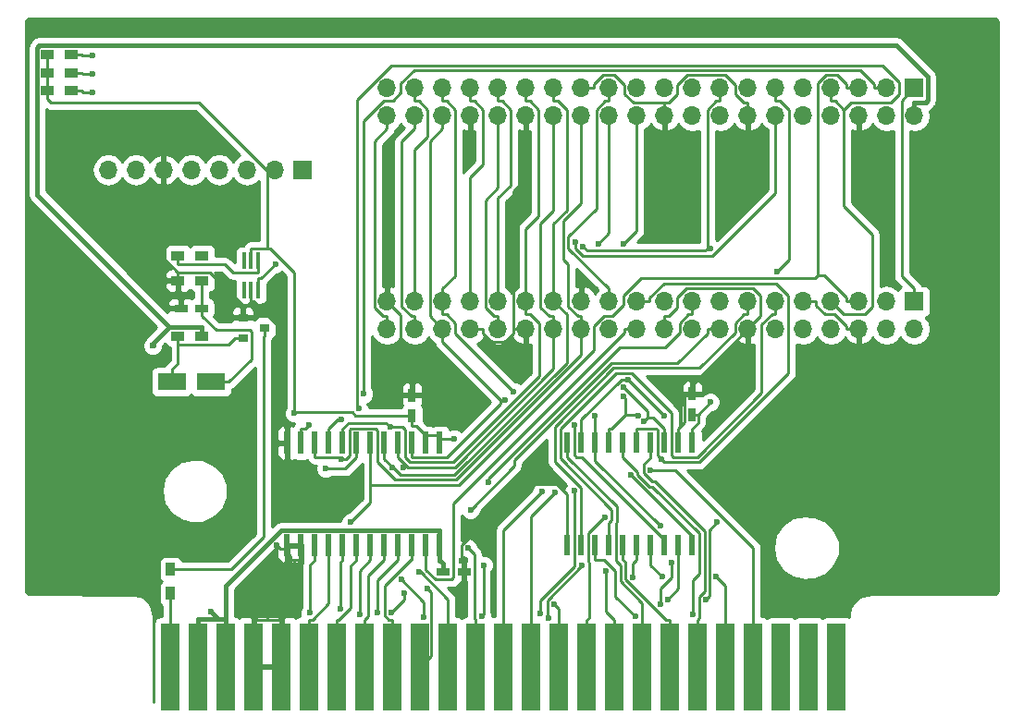
<source format=gbr>
G04 #@! TF.FileFunction,Copper,L2,Bot,Mixed*
%FSLAX46Y46*%
G04 Gerber Fmt 4.6, Leading zero omitted, Abs format (unit mm)*
G04 Created by KiCad (PCBNEW 4.0.7) date 02/14/19 03:29:22*
%MOMM*%
%LPD*%
G01*
G04 APERTURE LIST*
%ADD10C,0.100000*%
%ADD11R,1.800000X8.000000*%
%ADD12R,1.700000X1.700000*%
%ADD13O,1.700000X1.700000*%
%ADD14R,1.200000X0.900000*%
%ADD15R,0.750000X1.200000*%
%ADD16R,1.200000X0.750000*%
%ADD17R,0.600000X1.950000*%
%ADD18R,0.600000X2.000000*%
%ADD19R,2.600000X1.600000*%
%ADD20R,0.900000X1.200000*%
%ADD21R,0.900000X0.800000*%
%ADD22R,0.400000X1.500000*%
%ADD23C,0.600000*%
%ADD24C,0.250000*%
%ADD25C,0.400000*%
%ADD26C,0.254000*%
G04 APERTURE END LIST*
D10*
D11*
X188203840Y-109827440D03*
X185663840Y-109827440D03*
X183123840Y-109827440D03*
X180583840Y-109827440D03*
X178043840Y-109827440D03*
X175503840Y-109827440D03*
X172963840Y-109827440D03*
X170423840Y-109827440D03*
X167883840Y-109827440D03*
X165343840Y-109827440D03*
X162803840Y-109827440D03*
X160263840Y-109827440D03*
X157723840Y-109827440D03*
X155183840Y-109827440D03*
X152643840Y-109827440D03*
X150103840Y-109827440D03*
X147563840Y-109827440D03*
X145023840Y-109827440D03*
X142483840Y-109827440D03*
X139943840Y-109827440D03*
X137403840Y-109827440D03*
X134863840Y-109827440D03*
X132323840Y-109827440D03*
X129783840Y-109827440D03*
X127243840Y-109827440D03*
D12*
X195326000Y-56769000D03*
D13*
X195326000Y-59309000D03*
X192786000Y-56769000D03*
X192786000Y-59309000D03*
X190246000Y-56769000D03*
X190246000Y-59309000D03*
X187706000Y-56769000D03*
X187706000Y-59309000D03*
X185166000Y-56769000D03*
X185166000Y-59309000D03*
X182626000Y-56769000D03*
X182626000Y-59309000D03*
X180086000Y-56769000D03*
X180086000Y-59309000D03*
X177546000Y-56769000D03*
X177546000Y-59309000D03*
X175006000Y-56769000D03*
X175006000Y-59309000D03*
X172466000Y-56769000D03*
X172466000Y-59309000D03*
X169926000Y-56769000D03*
X169926000Y-59309000D03*
X167386000Y-56769000D03*
X167386000Y-59309000D03*
X164846000Y-56769000D03*
X164846000Y-59309000D03*
X162306000Y-56769000D03*
X162306000Y-59309000D03*
X159766000Y-56769000D03*
X159766000Y-59309000D03*
X157226000Y-56769000D03*
X157226000Y-59309000D03*
X154686000Y-56769000D03*
X154686000Y-59309000D03*
X152146000Y-56769000D03*
X152146000Y-59309000D03*
X149606000Y-56769000D03*
X149606000Y-59309000D03*
X147066000Y-56769000D03*
X147066000Y-59309000D03*
D12*
X195326000Y-76327000D03*
D13*
X195326000Y-78867000D03*
X192786000Y-76327000D03*
X192786000Y-78867000D03*
X190246000Y-76327000D03*
X190246000Y-78867000D03*
X187706000Y-76327000D03*
X187706000Y-78867000D03*
X185166000Y-76327000D03*
X185166000Y-78867000D03*
X182626000Y-76327000D03*
X182626000Y-78867000D03*
X180086000Y-76327000D03*
X180086000Y-78867000D03*
X177546000Y-76327000D03*
X177546000Y-78867000D03*
X175006000Y-76327000D03*
X175006000Y-78867000D03*
X172466000Y-76327000D03*
X172466000Y-78867000D03*
X169926000Y-76327000D03*
X169926000Y-78867000D03*
X167386000Y-76327000D03*
X167386000Y-78867000D03*
X164846000Y-76327000D03*
X164846000Y-78867000D03*
X162306000Y-76327000D03*
X162306000Y-78867000D03*
X159766000Y-76327000D03*
X159766000Y-78867000D03*
X157226000Y-76327000D03*
X157226000Y-78867000D03*
X154686000Y-76327000D03*
X154686000Y-78867000D03*
X152146000Y-76327000D03*
X152146000Y-78867000D03*
X149606000Y-76327000D03*
X149606000Y-78867000D03*
X147066000Y-76327000D03*
X147066000Y-78867000D03*
D14*
X118194000Y-57023000D03*
X115994000Y-57023000D03*
X118194000Y-55372000D03*
X115994000Y-55372000D03*
D15*
X149352000Y-86802000D03*
X149352000Y-84902000D03*
D16*
X130109000Y-76962000D03*
X128209000Y-76962000D03*
D14*
X118194000Y-53721000D03*
X115994000Y-53721000D03*
X127932000Y-72136000D03*
X130132000Y-72136000D03*
X130132000Y-74422000D03*
X127932000Y-74422000D03*
D17*
X175006000Y-98680000D03*
X173736000Y-98680000D03*
X172466000Y-98680000D03*
X171196000Y-98680000D03*
X169926000Y-98680000D03*
X168656000Y-98680000D03*
X167386000Y-98680000D03*
X166116000Y-98680000D03*
X164846000Y-98680000D03*
X163576000Y-98680000D03*
X163576000Y-89280000D03*
X164846000Y-89280000D03*
X166116000Y-89280000D03*
X167386000Y-89280000D03*
X168656000Y-89280000D03*
X169926000Y-89280000D03*
X171196000Y-89280000D03*
X172466000Y-89280000D03*
X173736000Y-89280000D03*
X175006000Y-89280000D03*
D18*
X151892000Y-98681000D03*
X150622000Y-98681000D03*
X149352000Y-98681000D03*
X148082000Y-98681000D03*
X146812000Y-98681000D03*
X145542000Y-98681000D03*
X144272000Y-98681000D03*
X143002000Y-98681000D03*
X141732000Y-98681000D03*
X140462000Y-98681000D03*
X139192000Y-98681000D03*
X137922000Y-98681000D03*
X137922000Y-89281000D03*
X139192000Y-89281000D03*
X140462000Y-89281000D03*
X141732000Y-89281000D03*
X143002000Y-89281000D03*
X144272000Y-89281000D03*
X145542000Y-89281000D03*
X146812000Y-89281000D03*
X148082000Y-89281000D03*
X149352000Y-89281000D03*
X150622000Y-89281000D03*
X151892000Y-89281000D03*
D15*
X175006000Y-86675000D03*
X175006000Y-84775000D03*
D19*
X130959000Y-83693000D03*
X127359000Y-83693000D03*
D16*
X154112000Y-101092000D03*
X152212000Y-101092000D03*
D14*
X130132000Y-79502000D03*
X127932000Y-79502000D03*
D20*
X127254000Y-103081000D03*
X127254000Y-100881000D03*
D21*
X133874000Y-79690000D03*
X133874000Y-77790000D03*
X135874000Y-78740000D03*
D22*
X135270000Y-75244000D03*
X134620000Y-75244000D03*
X133970000Y-75244000D03*
X133970000Y-72584000D03*
X134620000Y-72584000D03*
X135270000Y-72584000D03*
D12*
X139319000Y-64262000D03*
D13*
X136779000Y-64262000D03*
X134239000Y-64262000D03*
X131699000Y-64262000D03*
X129159000Y-64262000D03*
X126619000Y-64262000D03*
X124079000Y-64262000D03*
X121539000Y-64262000D03*
D23*
X159351800Y-93134700D03*
X136982000Y-98687300D03*
X137668000Y-83788900D03*
X153849800Y-100114800D03*
X125603000Y-80391000D03*
X130937000Y-104775000D03*
X143726500Y-96569500D03*
X142913700Y-87142000D03*
X144457800Y-86162300D03*
X139877100Y-87643200D03*
X142875000Y-90787000D03*
X147543200Y-91553300D03*
X148508200Y-91554100D03*
X141451200Y-91648100D03*
X144946700Y-84783600D03*
X147376700Y-87836400D03*
X171150300Y-91801300D03*
X175024800Y-105023100D03*
X169788600Y-105204400D03*
X167118300Y-101055900D03*
X177266400Y-96564100D03*
X176235900Y-103629600D03*
X167010200Y-96097000D03*
X173106300Y-100229000D03*
X172054900Y-104085100D03*
X162373300Y-104098900D03*
X162473800Y-93849100D03*
X164917200Y-100524800D03*
X161824900Y-105319400D03*
X161278400Y-93710300D03*
X164201400Y-93685700D03*
X161058700Y-104953700D03*
X154484100Y-98932500D03*
X155873500Y-100487700D03*
X155744600Y-105141200D03*
X149949100Y-101134700D03*
X150737500Y-102617400D03*
X148358300Y-101785500D03*
X150446100Y-105298000D03*
X146188700Y-104836700D03*
X144561300Y-105039600D03*
X142776200Y-104488400D03*
X139991200Y-104868900D03*
X172740100Y-103638400D03*
X148673600Y-103036300D03*
X147443000Y-104848300D03*
X156337900Y-92876800D03*
X176662400Y-85550300D03*
X153234400Y-88936200D03*
X138553800Y-86575900D03*
X170576800Y-87339000D03*
X166396300Y-71046000D03*
X168699800Y-84191800D03*
X169152800Y-83512800D03*
X172400500Y-86763200D03*
X172108100Y-96906300D03*
X166116000Y-86815500D03*
X172260500Y-101561400D03*
X177198100Y-101561400D03*
X182726600Y-73557700D03*
X136834300Y-72878200D03*
X164286000Y-70841500D03*
X154692200Y-95421800D03*
X164220600Y-87612700D03*
X158657600Y-84581100D03*
X169561100Y-101578400D03*
X120132200Y-53799000D03*
X120138700Y-55499000D03*
X120132400Y-57199000D03*
X157865300Y-85340700D03*
X169380300Y-92218200D03*
X168732100Y-71046000D03*
X176656200Y-71455400D03*
X165005700Y-71309300D03*
X170023200Y-86758100D03*
X168672400Y-85054900D03*
X172159400Y-90759800D03*
D24*
X137403800Y-109827400D02*
X137403800Y-105502100D01*
X134863800Y-105502100D02*
X137403800Y-105502100D01*
X134863800Y-109827400D02*
X134863800Y-105502100D01*
X127932000Y-74422000D02*
X127932000Y-75197300D01*
X128209000Y-75474300D02*
X128209000Y-76962000D01*
X127932000Y-75197300D02*
X128209000Y-75474300D01*
X174305700Y-87410000D02*
X173736000Y-87979700D01*
X174305700Y-84775000D02*
X174305700Y-87410000D01*
X175006000Y-84775000D02*
X174305700Y-84775000D01*
X173736000Y-89280000D02*
X173736000Y-87979700D01*
X126619000Y-72333700D02*
X127932000Y-73646700D01*
X126619000Y-64262000D02*
X126619000Y-72333700D01*
X127932000Y-74422000D02*
X127932000Y-73646700D01*
X180086000Y-59309000D02*
X180086000Y-58133700D01*
X172466000Y-59309000D02*
X172466000Y-58133700D01*
X169589700Y-58133700D02*
X172466000Y-58133700D01*
X168750600Y-57294600D02*
X169589700Y-58133700D01*
X168750600Y-56469400D02*
X168750600Y-57294600D01*
X167874800Y-55593600D02*
X168750600Y-56469400D01*
X166829400Y-55593600D02*
X167874800Y-55593600D01*
X166021300Y-56401700D02*
X166829400Y-55593600D01*
X166021300Y-56769000D02*
X166021300Y-56401700D01*
X164846000Y-56769000D02*
X166021300Y-56769000D01*
X172833400Y-58133700D02*
X172466000Y-58133700D01*
X173641300Y-57325800D02*
X172833400Y-58133700D01*
X173641300Y-56469500D02*
X173641300Y-57325800D01*
X174517200Y-55593600D02*
X173641300Y-56469500D01*
X178051900Y-55593600D02*
X174517200Y-55593600D01*
X178910700Y-56452400D02*
X178051900Y-55593600D01*
X178910700Y-57325800D02*
X178910700Y-56452400D01*
X179718600Y-58133700D02*
X178910700Y-57325800D01*
X180086000Y-58133700D02*
X179718600Y-58133700D01*
X139192000Y-98681000D02*
X139192000Y-100006300D01*
X138253400Y-100006300D02*
X139192000Y-100006300D01*
X138253400Y-99675000D02*
X138253400Y-100006300D01*
X137922000Y-99343600D02*
X138253400Y-99675000D01*
X138253400Y-104652500D02*
X137403800Y-105502100D01*
X138253400Y-100006300D02*
X138253400Y-104652500D01*
X163576000Y-98680000D02*
X163576000Y-97379700D01*
X133874000Y-77790000D02*
X133874000Y-77064700D01*
X137922000Y-98681000D02*
X137922000Y-99012300D01*
X137922000Y-99012300D02*
X137922000Y-99343600D01*
X137307000Y-99012300D02*
X136982000Y-98687300D01*
X137922000Y-99012300D02*
X137307000Y-99012300D01*
X137668000Y-87701700D02*
X137922000Y-87955700D01*
X137668000Y-83788900D02*
X137668000Y-87701700D01*
X137922000Y-89281000D02*
X137922000Y-87955700D01*
X172466000Y-78867000D02*
X172466000Y-77691700D01*
X175006000Y-84775000D02*
X175006000Y-83849700D01*
X175103300Y-83849700D02*
X175006000Y-83849700D01*
X180086000Y-78867000D02*
X175103300Y-83849700D01*
X134620000Y-75244000D02*
X134620000Y-76206700D01*
X133912600Y-77026100D02*
X133912600Y-76689200D01*
X133874000Y-77064700D02*
X133912600Y-77026100D01*
X130870100Y-73646700D02*
X127932000Y-73646700D01*
X133912600Y-76689200D02*
X130870100Y-73646700D01*
X134250200Y-76689200D02*
X134620000Y-76319400D01*
X133912600Y-76689200D02*
X134250200Y-76689200D01*
X134620000Y-76206700D02*
X134620000Y-76319400D01*
X137668000Y-79151400D02*
X137668000Y-83788900D01*
X134836000Y-76319400D02*
X137668000Y-79151400D01*
X134620000Y-76319400D02*
X134836000Y-76319400D01*
X148336000Y-84586300D02*
X148651700Y-84902000D01*
X148336000Y-77597000D02*
X148336000Y-84586300D01*
X147066000Y-76327000D02*
X148336000Y-77597000D01*
X149352000Y-84902000D02*
X148651700Y-84902000D01*
X189070700Y-78553500D02*
X189070700Y-78867000D01*
X188019500Y-77502300D02*
X189070700Y-78553500D01*
X187149200Y-77502300D02*
X188019500Y-77502300D01*
X186341300Y-76694400D02*
X187149200Y-77502300D01*
X186341300Y-76327000D02*
X186341300Y-76694400D01*
X185166000Y-76327000D02*
X186341300Y-76327000D01*
X190246000Y-78867000D02*
X189070700Y-78867000D01*
X172833400Y-77691700D02*
X172466000Y-77691700D01*
X173641300Y-76883800D02*
X172833400Y-77691700D01*
X173641300Y-75979900D02*
X173641300Y-76883800D01*
X174493300Y-75127900D02*
X173641300Y-75979900D01*
X180592200Y-75127900D02*
X174493300Y-75127900D01*
X181263500Y-75799200D02*
X180592200Y-75127900D01*
X181263500Y-77689500D02*
X181263500Y-75799200D01*
X180086000Y-78867000D02*
X181263500Y-77689500D01*
X158590700Y-79234400D02*
X158590700Y-78867000D01*
X157782800Y-80042300D02*
X158590700Y-79234400D01*
X156669300Y-80042300D02*
X157782800Y-80042300D01*
X155861300Y-79234300D02*
X156669300Y-80042300D01*
X155861300Y-78867000D02*
X155861300Y-79234300D01*
X154686000Y-78867000D02*
X155861300Y-78867000D01*
X159766000Y-78867000D02*
X158590700Y-78867000D01*
X158590700Y-66210500D02*
X158590700Y-78867000D01*
X159766000Y-65035200D02*
X158590700Y-66210500D01*
X159766000Y-59309000D02*
X159766000Y-65035200D01*
X159412400Y-93074100D02*
X159351800Y-93134700D01*
X162639600Y-93074100D02*
X159412400Y-93074100D01*
X163576000Y-94010500D02*
X162639600Y-93074100D01*
X163576000Y-97379700D02*
X163576000Y-94010500D01*
X154112000Y-101092000D02*
X154112000Y-100391700D01*
X153849800Y-98636700D02*
X153849800Y-100114800D01*
X159351800Y-93134700D02*
X153849800Y-98636700D01*
X153849800Y-100129500D02*
X154112000Y-100391700D01*
X153849800Y-100114800D02*
X153849800Y-100129500D01*
D25*
X132323800Y-102372200D02*
X132323800Y-102344600D01*
X132323800Y-102344600D02*
X137387700Y-97280700D01*
X132323800Y-102616000D02*
X132323800Y-102372200D01*
X132207000Y-105427100D02*
X131589100Y-105427100D01*
X131589100Y-105427100D02*
X130937000Y-104775000D01*
X125603000Y-80391000D02*
X125658600Y-80391000D01*
X125658600Y-80391000D02*
X125603000Y-80391000D01*
X125603000Y-80391000D02*
X125658600Y-80391000D01*
X130132000Y-79502000D02*
X130132000Y-78651700D01*
X195326000Y-59309000D02*
X195326000Y-58058700D01*
X151976600Y-100081300D02*
X152212000Y-100316700D01*
X151892000Y-100081300D02*
X151976600Y-100081300D01*
X152212000Y-101092000D02*
X152212000Y-100316700D01*
X151892000Y-99381100D02*
X151892000Y-100081300D01*
X114993600Y-66525400D02*
X127119900Y-78651700D01*
X114993600Y-53083100D02*
X114993600Y-66525400D01*
X115211600Y-52865100D02*
X114993600Y-53083100D01*
X193706700Y-52865100D02*
X115211600Y-52865100D01*
X196576400Y-55734800D02*
X193706700Y-52865100D01*
X196576400Y-57875500D02*
X196576400Y-55734800D01*
X196393200Y-58058700D02*
X196576400Y-57875500D01*
X195326000Y-58058700D02*
X196393200Y-58058700D01*
X127119900Y-78651700D02*
X130132000Y-78651700D01*
X151892000Y-99381100D02*
X151892000Y-98681000D01*
X151892000Y-98681000D02*
X151892000Y-97280700D01*
X151892000Y-97280700D02*
X137387700Y-97280700D01*
X125658600Y-80113000D02*
X127119900Y-78651700D01*
X125658600Y-80391000D02*
X125658600Y-80113000D01*
X129783800Y-105427100D02*
X132207000Y-105427100D01*
X132207000Y-105427100D02*
X132323800Y-105427100D01*
X129783800Y-109827400D02*
X129783800Y-105427100D01*
X132323800Y-109827400D02*
X132323800Y-105427100D01*
X132323800Y-102616000D02*
X132323800Y-105427100D01*
D24*
X190246000Y-76327000D02*
X189070700Y-76327000D01*
X190246000Y-56769000D02*
X189070700Y-56769000D01*
X145542000Y-89281000D02*
X145542000Y-90606300D01*
X186518600Y-56289200D02*
X186518600Y-73949200D01*
X187214100Y-55593700D02*
X186518600Y-56289200D01*
X188262800Y-55593700D02*
X187214100Y-55593700D01*
X189070700Y-56401600D02*
X188262800Y-55593700D01*
X189070700Y-56769000D02*
X189070700Y-56401600D01*
X189070700Y-75959700D02*
X189070700Y-76327000D01*
X187060200Y-73949200D02*
X189070700Y-75959700D01*
X186518600Y-73949200D02*
X187060200Y-73949200D01*
X186262600Y-74205200D02*
X186518600Y-73949200D01*
X170337700Y-74205200D02*
X186262600Y-74205200D01*
X168740200Y-75802700D02*
X170337700Y-74205200D01*
X168740200Y-76637500D02*
X168740200Y-75802700D01*
X167686000Y-77691700D02*
X168740200Y-76637500D01*
X166893700Y-77691700D02*
X167686000Y-77691700D01*
X166021400Y-78564000D02*
X166893700Y-77691700D01*
X166021400Y-80781200D02*
X166021400Y-78564000D01*
X153669000Y-93133600D02*
X166021400Y-80781200D01*
X145542000Y-93133600D02*
X153669000Y-93133600D01*
X145542000Y-90606300D02*
X145542000Y-93133600D01*
X145542000Y-94754000D02*
X143726500Y-96569500D01*
X145542000Y-93133600D02*
X145542000Y-94754000D01*
X187706000Y-56769000D02*
X187706000Y-57944300D01*
X141732000Y-89281000D02*
X141732000Y-87955700D01*
X188073400Y-57944300D02*
X188881300Y-58752200D01*
X187706000Y-57944300D02*
X188073400Y-57944300D01*
X188881400Y-77502400D02*
X187706000Y-76327000D01*
X190771600Y-77502400D02*
X188881400Y-77502400D01*
X191456400Y-76817600D02*
X190771600Y-77502400D01*
X191456400Y-70170400D02*
X191456400Y-76817600D01*
X188881300Y-67595300D02*
X191456400Y-70170400D01*
X188881300Y-58752200D02*
X188881300Y-67595300D01*
X142545700Y-87142000D02*
X142913700Y-87142000D01*
X141732000Y-87955700D02*
X142545700Y-87142000D01*
X144287000Y-85991500D02*
X144457800Y-86162300D01*
X144287000Y-57883900D02*
X144287000Y-85991500D01*
X147486300Y-54684600D02*
X144287000Y-57883900D01*
X192372000Y-54684600D02*
X147486300Y-54684600D01*
X193964000Y-56276600D02*
X192372000Y-54684600D01*
X193964000Y-57315400D02*
X193964000Y-56276600D01*
X193145800Y-58133600D02*
X193964000Y-57315400D01*
X189499900Y-58133600D02*
X193145800Y-58133600D01*
X188881300Y-58752200D02*
X189499900Y-58133600D01*
X139564600Y-87955700D02*
X139877100Y-87643200D01*
X139192000Y-87955700D02*
X139564600Y-87955700D01*
X139192000Y-89281000D02*
X139192000Y-87955700D01*
X157226000Y-56769000D02*
X157226000Y-57944300D01*
X157226000Y-66861300D02*
X157226000Y-76327000D01*
X158401300Y-65686000D02*
X157226000Y-66861300D01*
X158401300Y-58752200D02*
X158401300Y-65686000D01*
X157593400Y-57944300D02*
X158401300Y-58752200D01*
X157226000Y-57944300D02*
X157593400Y-57944300D01*
X164846000Y-59309000D02*
X164846000Y-60484300D01*
X164543100Y-77691700D02*
X164846000Y-77691700D01*
X163659000Y-76807600D02*
X164543100Y-77691700D01*
X163659000Y-72920700D02*
X163659000Y-76807600D01*
X163188100Y-72449800D02*
X163659000Y-72920700D01*
X163188100Y-68976500D02*
X163188100Y-72449800D01*
X164846000Y-67318600D02*
X163188100Y-68976500D01*
X164846000Y-60484300D02*
X164846000Y-67318600D01*
X140462000Y-89281000D02*
X140462000Y-90606300D01*
X164846000Y-78279300D02*
X164846000Y-77691700D01*
X142694300Y-90606300D02*
X140462000Y-90606300D01*
X142875000Y-90787000D02*
X142694300Y-90606300D01*
X164846000Y-78279300D02*
X164846000Y-78867000D01*
X164846000Y-78867000D02*
X164846000Y-80042300D01*
X164846000Y-81244000D02*
X164846000Y-80042300D01*
X153413200Y-92676800D02*
X164846000Y-81244000D01*
X147782400Y-92676800D02*
X153413200Y-92676800D01*
X146177000Y-91071400D02*
X147782400Y-92676800D01*
X146177000Y-88124500D02*
X146177000Y-91071400D01*
X146001400Y-87948900D02*
X146177000Y-88124500D01*
X143759200Y-87948900D02*
X146001400Y-87948900D01*
X143635000Y-88073100D02*
X143759200Y-87948900D01*
X143635000Y-90461600D02*
X143635000Y-88073100D01*
X143309600Y-90787000D02*
X143635000Y-90461600D01*
X142875000Y-90787000D02*
X143309600Y-90787000D01*
X162306000Y-56769000D02*
X162306000Y-57944300D01*
X162306000Y-76327000D02*
X162306000Y-75151700D01*
X162306000Y-69221700D02*
X162306000Y-75151700D01*
X163496000Y-68031700D02*
X162306000Y-69221700D01*
X163496000Y-58767000D02*
X163496000Y-68031700D01*
X162673300Y-57944300D02*
X163496000Y-58767000D01*
X162306000Y-57944300D02*
X162673300Y-57944300D01*
X147543200Y-91553300D02*
X147579100Y-91517400D01*
X146812000Y-90750400D02*
X147579100Y-91517400D01*
X146812000Y-89281000D02*
X146812000Y-90750400D01*
X163497300Y-77518300D02*
X162306000Y-76327000D01*
X163497300Y-81955800D02*
X163497300Y-77518300D01*
X153226700Y-92226400D02*
X163497300Y-81955800D01*
X148288000Y-92226400D02*
X153226700Y-92226400D01*
X147579100Y-91517400D02*
X148288000Y-92226400D01*
X162306000Y-67992300D02*
X162306000Y-59309000D01*
X161100500Y-69197800D02*
X162306000Y-67992300D01*
X161100500Y-76853500D02*
X161100500Y-69197800D01*
X161938700Y-77691700D02*
X161100500Y-76853500D01*
X162306000Y-77691700D02*
X161938700Y-77691700D01*
X162306000Y-78867000D02*
X162306000Y-77691700D01*
X162306000Y-78867000D02*
X162306000Y-80042300D01*
X148508200Y-91554100D02*
X148754500Y-91307800D01*
X148082000Y-90635400D02*
X148754500Y-91307800D01*
X148082000Y-89281000D02*
X148082000Y-90635400D01*
X162306000Y-82506300D02*
X162306000Y-80042300D01*
X153278500Y-91533800D02*
X162306000Y-82506300D01*
X148980400Y-91533800D02*
X153278500Y-91533800D01*
X148754500Y-91307800D02*
X148980400Y-91533800D01*
X144272000Y-89281000D02*
X144272000Y-90606300D01*
X192786000Y-56769000D02*
X191610700Y-56769000D01*
X143230200Y-91648100D02*
X144272000Y-90606300D01*
X141451200Y-91648100D02*
X143230200Y-91648100D01*
X144946700Y-59765900D02*
X144946700Y-84783600D01*
X146768200Y-57944400D02*
X144946700Y-59765900D01*
X147591600Y-57944400D02*
X146768200Y-57944400D01*
X148336000Y-57200000D02*
X147591600Y-57944400D01*
X148336000Y-56336800D02*
X148336000Y-57200000D01*
X149533300Y-55139500D02*
X148336000Y-56336800D01*
X190348500Y-55139500D02*
X149533300Y-55139500D01*
X191610700Y-56401700D02*
X190348500Y-55139500D01*
X191610700Y-56769000D02*
X191610700Y-56401700D01*
X143002000Y-89281000D02*
X143002000Y-87955700D01*
X159766000Y-56769000D02*
X159766000Y-57944300D01*
X159766000Y-69670100D02*
X159766000Y-75151700D01*
X160941300Y-68494800D02*
X159766000Y-69670100D01*
X160941300Y-58752200D02*
X160941300Y-68494800D01*
X160133400Y-57944300D02*
X160941300Y-58752200D01*
X159766000Y-57944300D02*
X160133400Y-57944300D01*
X146982700Y-87442400D02*
X147376700Y-87836400D01*
X143515300Y-87442400D02*
X146982700Y-87442400D01*
X143002000Y-87955700D02*
X143515300Y-87442400D01*
X159766000Y-75739300D02*
X159766000Y-75151700D01*
X159766000Y-75739300D02*
X159766000Y-76327000D01*
X148453600Y-87836400D02*
X147376700Y-87836400D01*
X148726600Y-88109400D02*
X148453600Y-87836400D01*
X148726600Y-90626500D02*
X148726600Y-88109400D01*
X149158900Y-91058800D02*
X148726600Y-90626500D01*
X153089300Y-91058800D02*
X149158900Y-91058800D01*
X160960500Y-83187600D02*
X153089300Y-91058800D01*
X160960500Y-78329500D02*
X160960500Y-83187600D01*
X160133300Y-77502300D02*
X160960500Y-78329500D01*
X159766000Y-77502300D02*
X160133300Y-77502300D01*
X159766000Y-76327000D02*
X159766000Y-77502300D01*
X180583800Y-98937800D02*
X180583800Y-109827400D01*
X173447300Y-91801300D02*
X180583800Y-98937800D01*
X171150300Y-91801300D02*
X173447300Y-91801300D01*
X175503800Y-109827400D02*
X175503800Y-105502100D01*
X171196000Y-89280000D02*
X171196000Y-90580300D01*
X175662200Y-105343700D02*
X175503800Y-105502100D01*
X175662200Y-104033200D02*
X175662200Y-105343700D01*
X175610600Y-103981600D02*
X175662200Y-104033200D01*
X175610600Y-103370600D02*
X175610600Y-103981600D01*
X176120100Y-102861100D02*
X175610600Y-103370600D01*
X176120100Y-97406300D02*
X176120100Y-102861100D01*
X171545600Y-92831800D02*
X176120100Y-97406300D01*
X171296500Y-92831800D02*
X171545600Y-92831800D01*
X170525000Y-92060300D02*
X171296500Y-92831800D01*
X170525000Y-91251300D02*
X170525000Y-92060300D01*
X171196000Y-90580300D02*
X170525000Y-91251300D01*
X168656000Y-89280000D02*
X168656000Y-90580300D01*
X170005600Y-91929900D02*
X168656000Y-90580300D01*
X170005600Y-92177800D02*
X170005600Y-91929900D01*
X171109900Y-93282100D02*
X170005600Y-92177800D01*
X171357800Y-93282100D02*
X171109900Y-93282100D01*
X175669800Y-97594100D02*
X171357800Y-93282100D01*
X175669800Y-101256700D02*
X175669800Y-97594100D01*
X175024800Y-101901700D02*
X175669800Y-101256700D01*
X175024800Y-105023100D02*
X175024800Y-101901700D01*
X172585800Y-105502100D02*
X172963800Y-105502100D01*
X168881100Y-101797400D02*
X172585800Y-105502100D01*
X168881100Y-100205400D02*
X168881100Y-101797400D01*
X168656000Y-99980300D02*
X168881100Y-100205400D01*
X168656000Y-98680000D02*
X168656000Y-99980300D01*
X172963800Y-109827400D02*
X172963800Y-105502100D01*
X167980400Y-103396200D02*
X169788600Y-105204400D01*
X167980400Y-101033400D02*
X167980400Y-103396200D01*
X166927300Y-99980300D02*
X167980400Y-101033400D01*
X166116000Y-99980300D02*
X166927300Y-99980300D01*
X166116000Y-98680000D02*
X166116000Y-99980300D01*
X163576000Y-89280000D02*
X163576000Y-90580300D01*
X170423800Y-109827400D02*
X170423800Y-105502100D01*
X168085800Y-95090100D02*
X163576000Y-90580300D01*
X168085800Y-96542700D02*
X168085800Y-95090100D01*
X168011400Y-96617100D02*
X168085800Y-96542700D01*
X168011400Y-100133100D02*
X168011400Y-96617100D01*
X168430800Y-100552500D02*
X168011400Y-100133100D01*
X168430800Y-101984100D02*
X168430800Y-100552500D01*
X170423800Y-103977100D02*
X168430800Y-101984100D01*
X170423800Y-105502100D02*
X170423800Y-103977100D01*
X167883800Y-109827400D02*
X167883800Y-105502100D01*
X167118300Y-104736600D02*
X167118300Y-101055900D01*
X167883800Y-105502100D02*
X167118300Y-104736600D01*
X176572700Y-97257800D02*
X177266400Y-96564100D01*
X176572700Y-103292800D02*
X176572700Y-97257800D01*
X176235900Y-103629600D02*
X176572700Y-103292800D01*
X165343800Y-109827400D02*
X165343800Y-105502100D01*
X166918300Y-96097000D02*
X167010200Y-96097000D01*
X165471400Y-97543900D02*
X166918300Y-96097000D01*
X165471400Y-100194600D02*
X165471400Y-97543900D01*
X165542500Y-100265700D02*
X165471400Y-100194600D01*
X165542500Y-105303400D02*
X165542500Y-100265700D01*
X165343800Y-105502100D02*
X165542500Y-105303400D01*
X172054900Y-102669500D02*
X172054900Y-104085100D01*
X173106300Y-101618100D02*
X172054900Y-102669500D01*
X173106300Y-100229000D02*
X173106300Y-101618100D01*
X162803800Y-104529400D02*
X162373300Y-104098900D01*
X162803800Y-105502100D02*
X162803800Y-104529400D01*
X162803800Y-109827400D02*
X162803800Y-105502100D01*
X160263800Y-96059100D02*
X160263800Y-105502100D01*
X162473800Y-93849100D02*
X160263800Y-96059100D01*
X160263800Y-109827400D02*
X160263800Y-105502100D01*
X161745800Y-105240300D02*
X161824900Y-105319400D01*
X161745800Y-103696200D02*
X161745800Y-105240300D01*
X164917200Y-100524800D02*
X161745800Y-103696200D01*
X157723800Y-109827400D02*
X157723800Y-105502100D01*
X157723800Y-97264900D02*
X161278400Y-93710300D01*
X157723800Y-105502100D02*
X157723800Y-97264900D01*
X164201400Y-100587100D02*
X164201400Y-93685700D01*
X161058700Y-103729800D02*
X164201400Y-100587100D01*
X161058700Y-104953700D02*
X161058700Y-103729800D01*
X155037300Y-105355600D02*
X155183800Y-105502100D01*
X155037300Y-99485700D02*
X155037300Y-105355600D01*
X154484100Y-98932500D02*
X155037300Y-99485700D01*
X155183800Y-109827400D02*
X155183800Y-105502100D01*
X155873500Y-105012300D02*
X155873500Y-100487700D01*
X155744600Y-105141200D02*
X155873500Y-105012300D01*
X150139200Y-101134700D02*
X149949100Y-101134700D01*
X152643800Y-103639300D02*
X150139200Y-101134700D01*
X152643800Y-109827400D02*
X152643800Y-103639300D01*
X151131500Y-108799700D02*
X150103800Y-109827400D01*
X151131500Y-103011400D02*
X151131500Y-108799700D01*
X150737500Y-102617400D02*
X151131500Y-103011400D01*
X150446100Y-103873300D02*
X148358300Y-101785500D01*
X150446100Y-105298000D02*
X150446100Y-103873300D01*
X147563800Y-109827400D02*
X147563800Y-105502100D01*
X149352000Y-98681000D02*
X149352000Y-100006300D01*
X147212500Y-105502100D02*
X147563800Y-105502100D01*
X146817600Y-105107200D02*
X147212500Y-105502100D01*
X146817600Y-102410000D02*
X146817600Y-105107200D01*
X149221300Y-100006300D02*
X146817600Y-102410000D01*
X149352000Y-100006300D02*
X149221300Y-100006300D01*
X148082000Y-98681000D02*
X148082000Y-100006300D01*
X146188700Y-101899600D02*
X146188700Y-104836700D01*
X148082000Y-100006300D02*
X146188700Y-101899600D01*
X145367100Y-105158800D02*
X145023800Y-105502100D01*
X145367100Y-101451200D02*
X145367100Y-105158800D01*
X146812000Y-100006300D02*
X145367100Y-101451200D01*
X146812000Y-98681000D02*
X146812000Y-100006300D01*
X145023800Y-109827400D02*
X145023800Y-105502100D01*
X145542000Y-98681000D02*
X145542000Y-100006300D01*
X144561300Y-100987000D02*
X144561300Y-105039600D01*
X145542000Y-100006300D02*
X144561300Y-100987000D01*
X144272000Y-98681000D02*
X144272000Y-100006300D01*
X142483800Y-109827400D02*
X142483800Y-105502100D01*
X143709700Y-100568600D02*
X144272000Y-100006300D01*
X143709700Y-104439300D02*
X143709700Y-100568600D01*
X142646900Y-105502100D02*
X143709700Y-104439300D01*
X142483800Y-105502100D02*
X142646900Y-105502100D01*
X142776200Y-100232100D02*
X142776200Y-104488400D01*
X143002000Y-100006300D02*
X142776200Y-100232100D01*
X143002000Y-98681000D02*
X143002000Y-100006300D01*
X140250200Y-105502100D02*
X139943800Y-105502100D01*
X141732000Y-104020300D02*
X140250200Y-105502100D01*
X141732000Y-100006300D02*
X141732000Y-104020300D01*
X141732000Y-98681000D02*
X141732000Y-100006300D01*
X139943800Y-109827400D02*
X139943800Y-105502100D01*
X139991200Y-100477100D02*
X139991200Y-104868900D01*
X140462000Y-100006300D02*
X139991200Y-100477100D01*
X140462000Y-98681000D02*
X140462000Y-100006300D01*
X173736000Y-102642500D02*
X172740100Y-103638400D01*
X173736000Y-98680000D02*
X173736000Y-102642500D01*
X148673500Y-103036300D02*
X148673600Y-103036300D01*
X148673500Y-103617800D02*
X148673500Y-103036300D01*
X147443000Y-104848300D02*
X148673500Y-103617800D01*
X115994000Y-57023000D02*
X115994000Y-55372000D01*
X115994000Y-55372000D02*
X115994000Y-53721000D01*
X115994000Y-57023000D02*
X115994000Y-57798300D01*
X136779000Y-64262000D02*
X136191400Y-64262000D01*
X175006000Y-86675000D02*
X175532700Y-86675000D01*
X175006000Y-89280000D02*
X175006000Y-87979700D01*
X195326000Y-76327000D02*
X195326000Y-75151700D01*
X194150700Y-57944300D02*
X195326000Y-56769000D01*
X194150700Y-73976400D02*
X194150700Y-57944300D01*
X195326000Y-75151700D02*
X194150700Y-73976400D01*
X175006000Y-76327000D02*
X175006000Y-77502300D01*
X175532700Y-87453000D02*
X175006000Y-87979700D01*
X175532700Y-86675000D02*
X175532700Y-87453000D01*
X175537700Y-86675000D02*
X176662400Y-85550300D01*
X175532700Y-86675000D02*
X175537700Y-86675000D01*
X150622000Y-88618300D02*
X151892000Y-88618300D01*
X150622000Y-89281000D02*
X150622000Y-88618300D01*
X151892000Y-89281000D02*
X151892000Y-88949600D01*
X151892000Y-88949600D02*
X151892000Y-88618300D01*
X153221000Y-88949600D02*
X153234400Y-88936200D01*
X151892000Y-88949600D02*
X153221000Y-88949600D01*
X174638600Y-77502300D02*
X175006000Y-77502300D01*
X173830700Y-78310200D02*
X174638600Y-77502300D01*
X173830700Y-79200000D02*
X173830700Y-78310200D01*
X172500800Y-80529900D02*
X173830700Y-79200000D01*
X168389400Y-80529900D02*
X172500800Y-80529900D01*
X156337900Y-92581400D02*
X168389400Y-80529900D01*
X156337900Y-92876800D02*
X156337900Y-92581400D01*
X136048300Y-71508700D02*
X136072500Y-71484500D01*
X134620000Y-71508700D02*
X136048300Y-71508700D01*
X116317100Y-58121400D02*
X115994000Y-57798300D01*
X129813000Y-58121400D02*
X116317100Y-58121400D01*
X136072500Y-64380900D02*
X129813000Y-58121400D01*
X136191400Y-64262000D02*
X136072500Y-64380900D01*
X136072500Y-64380900D02*
X136072500Y-71484500D01*
X134620000Y-72584000D02*
X134620000Y-71508700D01*
X149731000Y-87727300D02*
X150622000Y-88618300D01*
X149352000Y-87727300D02*
X149731000Y-87727300D01*
X149352000Y-86802000D02*
X149352000Y-87727300D01*
X149352000Y-86802000D02*
X148651700Y-86802000D01*
X138553800Y-73707500D02*
X138553800Y-86495600D01*
X136330800Y-71484500D02*
X138553800Y-73707500D01*
X136072500Y-71484500D02*
X136330800Y-71484500D01*
X143850600Y-86495600D02*
X138553800Y-86495600D01*
X144156900Y-86801900D02*
X143850600Y-86495600D01*
X148651700Y-86801900D02*
X144156900Y-86801900D01*
X148651700Y-86802000D02*
X148651700Y-86801900D01*
X138553800Y-86495600D02*
X138553800Y-86575900D01*
X172466000Y-89280000D02*
X172466000Y-87979700D01*
X171451100Y-86964800D02*
X172466000Y-87979700D01*
X170905800Y-86964800D02*
X171451100Y-86964800D01*
X170576800Y-87293800D02*
X170576800Y-87339000D01*
X170905800Y-86964800D02*
X170576800Y-87293800D01*
X167386000Y-70056300D02*
X166396300Y-71046000D01*
X167386000Y-59309000D02*
X167386000Y-70056300D01*
X170905800Y-86397800D02*
X168699800Y-84191800D01*
X170905800Y-86964800D02*
X170905800Y-86397800D01*
X164846000Y-89280000D02*
X164846000Y-87979700D01*
X172400500Y-86760500D02*
X172400500Y-86763200D01*
X169152800Y-83512800D02*
X172400500Y-86760500D01*
X168494300Y-83512800D02*
X169152800Y-83512800D01*
X164846000Y-87161100D02*
X168494300Y-83512800D01*
X164846000Y-87979700D02*
X164846000Y-87161100D01*
X167386000Y-76327000D02*
X167386000Y-75151700D01*
X167386000Y-56769000D02*
X167386000Y-57944300D01*
X167326900Y-75151700D02*
X167386000Y-75151700D01*
X163639800Y-71464600D02*
X167326900Y-75151700D01*
X163639800Y-70390700D02*
X163639800Y-71464600D01*
X166210700Y-67819800D02*
X163639800Y-70390700D01*
X166210700Y-58752200D02*
X166210700Y-67819800D01*
X167018600Y-57944300D02*
X166210700Y-58752200D01*
X167386000Y-57944300D02*
X167018600Y-57944300D01*
X157226000Y-78867000D02*
X157226000Y-77691700D01*
X156858600Y-77691700D02*
X157226000Y-77691700D01*
X156046300Y-76879400D02*
X156858600Y-77691700D01*
X156046300Y-67107200D02*
X156046300Y-76879400D01*
X157226000Y-65927500D02*
X156046300Y-67107200D01*
X157226000Y-59309000D02*
X157226000Y-65927500D01*
X155053400Y-57944300D02*
X154686000Y-57944300D01*
X155861300Y-58752200D02*
X155053400Y-57944300D01*
X155861300Y-63753300D02*
X155861300Y-58752200D01*
X154686000Y-64928600D02*
X155861300Y-63753300D01*
X154686000Y-76327000D02*
X154686000Y-64928600D01*
X154686000Y-56769000D02*
X154686000Y-57944300D01*
X166116100Y-90580300D02*
X166116000Y-90580300D01*
X166116100Y-90914300D02*
X166116100Y-90580300D01*
X172108100Y-96906300D02*
X166116100Y-90914300D01*
X166116000Y-89930100D02*
X166116000Y-90580300D01*
X166116000Y-89930100D02*
X166116000Y-89280000D01*
X166116000Y-89280000D02*
X166116000Y-86815500D01*
X178043800Y-102407100D02*
X178043800Y-109827400D01*
X177198100Y-101561400D02*
X178043800Y-102407100D01*
X171196000Y-100496900D02*
X172260500Y-101561400D01*
X171196000Y-98680000D02*
X171196000Y-100496900D01*
X182626000Y-56769000D02*
X182626000Y-57944300D01*
X182626000Y-76327000D02*
X182626000Y-77502300D01*
X183822900Y-72461400D02*
X182726600Y-73557700D01*
X183822900Y-58773900D02*
X183822900Y-72461400D01*
X182993300Y-57944300D02*
X183822900Y-58773900D01*
X182626000Y-57944300D02*
X182993300Y-57944300D01*
X182312500Y-77502300D02*
X182626000Y-77502300D01*
X181356000Y-78458800D02*
X182312500Y-77502300D01*
X181356000Y-84672100D02*
X181356000Y-78458800D01*
X175447700Y-90580400D02*
X181356000Y-84672100D01*
X173250400Y-90580400D02*
X175447700Y-90580400D01*
X173091400Y-90421400D02*
X173250400Y-90580400D01*
X173091400Y-86551300D02*
X173091400Y-90421400D01*
X169426900Y-82886800D02*
X173091400Y-86551300D01*
X168044000Y-82886800D02*
X169426900Y-82886800D01*
X162903800Y-88027000D02*
X168044000Y-82886800D01*
X162903800Y-90696800D02*
X162903800Y-88027000D01*
X167635500Y-95428500D02*
X162903800Y-90696800D01*
X167635500Y-96356100D02*
X167635500Y-95428500D01*
X167386000Y-96605600D02*
X167635500Y-96356100D01*
X167386000Y-98680000D02*
X167386000Y-96605600D01*
X135543800Y-74168700D02*
X136834300Y-72878200D01*
X135270000Y-74168700D02*
X135543800Y-74168700D01*
X135270000Y-75244000D02*
X135270000Y-74168700D01*
X182626000Y-66396100D02*
X182626000Y-59309000D01*
X176857400Y-72164700D02*
X182626000Y-66396100D01*
X164976800Y-72164700D02*
X176857400Y-72164700D01*
X164286000Y-71473900D02*
X164976800Y-72164700D01*
X164286000Y-70841500D02*
X164286000Y-71473900D01*
X179718600Y-77502300D02*
X180086000Y-77502300D01*
X178910700Y-78310200D02*
X179718600Y-77502300D01*
X178910700Y-79168700D02*
X178910700Y-78310200D01*
X175670100Y-82409300D02*
X178910700Y-79168700D01*
X167793700Y-82409300D02*
X175670100Y-82409300D01*
X162422900Y-87780100D02*
X167793700Y-82409300D01*
X162422900Y-91016100D02*
X162422900Y-87780100D01*
X164846000Y-93439200D02*
X162422900Y-91016100D01*
X164846000Y-98680000D02*
X164846000Y-93439200D01*
X180086000Y-76327000D02*
X180086000Y-77502300D01*
X177546000Y-78867000D02*
X176370700Y-78867000D01*
X176370700Y-79234300D02*
X176370700Y-78867000D01*
X173646200Y-81958800D02*
X176370700Y-79234300D01*
X167607300Y-81958800D02*
X173646200Y-81958800D01*
X158719600Y-90846500D02*
X167607300Y-81958800D01*
X158719600Y-91394400D02*
X158719600Y-90846500D01*
X154692200Y-95421800D02*
X158719600Y-91394400D01*
X152513400Y-57944300D02*
X152146000Y-57944300D01*
X153321300Y-58752200D02*
X152513400Y-57944300D01*
X153321300Y-73976400D02*
X153321300Y-58752200D01*
X152146000Y-75151700D02*
X153321300Y-73976400D01*
X152146000Y-76327000D02*
X152146000Y-75151700D01*
X152146000Y-56769000D02*
X152146000Y-57944300D01*
X152146000Y-76327000D02*
X152146000Y-77502300D01*
X164220600Y-90389700D02*
X164220600Y-87612700D01*
X164411200Y-90580300D02*
X164220600Y-90389700D01*
X164893900Y-90580300D02*
X164411200Y-90580300D01*
X172466000Y-98152400D02*
X164893900Y-90580300D01*
X172466000Y-98680000D02*
X172466000Y-98152400D01*
X153321300Y-79244800D02*
X158657600Y-84581100D01*
X153321300Y-78310200D02*
X153321300Y-79244800D01*
X152513400Y-77502300D02*
X153321300Y-78310200D01*
X152146000Y-77502300D02*
X152513400Y-77502300D01*
X169926000Y-98680000D02*
X169926000Y-99980300D01*
X169561100Y-100345200D02*
X169561100Y-101578400D01*
X169926000Y-99980300D02*
X169561100Y-100345200D01*
X149973400Y-57944300D02*
X149606000Y-57944300D01*
X150781300Y-58752200D02*
X149973400Y-57944300D01*
X150781300Y-61212100D02*
X150781300Y-58752200D01*
X149606000Y-62387400D02*
X150781300Y-61212100D01*
X149606000Y-76327000D02*
X149606000Y-62387400D01*
X149606000Y-56769000D02*
X149606000Y-57944300D01*
X127243840Y-109827440D02*
X127243840Y-103091160D01*
X127243840Y-103091160D02*
X127254000Y-103081000D01*
X127243800Y-103544900D02*
X127243800Y-109827400D01*
X118194000Y-53721000D02*
X119119300Y-53721000D01*
X119197300Y-53799000D02*
X120132200Y-53799000D01*
X119119300Y-53721000D02*
X119197300Y-53799000D01*
X119246300Y-55499000D02*
X120138700Y-55499000D01*
X119119300Y-55372000D02*
X119246300Y-55499000D01*
X118194000Y-55372000D02*
X119119300Y-55372000D01*
X118194000Y-57023000D02*
X119119300Y-57023000D01*
X119295300Y-57199000D02*
X120132400Y-57199000D01*
X119119300Y-57023000D02*
X119295300Y-57199000D01*
X150970700Y-61659600D02*
X152146000Y-60484300D01*
X150970700Y-77691700D02*
X150970700Y-61659600D01*
X152146000Y-78867000D02*
X150970700Y-77691700D01*
X152146000Y-59309000D02*
X152146000Y-60484300D01*
X152146000Y-78867000D02*
X152146000Y-80042300D01*
X175006000Y-97843900D02*
X175006000Y-98680000D01*
X169380300Y-92218200D02*
X175006000Y-97843900D01*
X157444400Y-85687600D02*
X157444400Y-85340700D01*
X152525700Y-90606300D02*
X157444400Y-85687600D01*
X149352000Y-90606300D02*
X152525700Y-90606300D01*
X152146000Y-80042300D02*
X157444400Y-85340700D01*
X157444400Y-85340700D02*
X157865300Y-85340700D01*
X149352000Y-89281000D02*
X149352000Y-90606300D01*
X169926000Y-78867000D02*
X168750700Y-78867000D01*
X150622000Y-98681000D02*
X150622000Y-100006300D01*
X169926000Y-69852100D02*
X168732100Y-71046000D01*
X169926000Y-59309000D02*
X169926000Y-69852100D01*
X150622000Y-100937100D02*
X150622000Y-100006300D01*
X151489100Y-101804200D02*
X150622000Y-100937100D01*
X152983800Y-101804200D02*
X151489100Y-101804200D01*
X153137300Y-101650700D02*
X152983800Y-101804200D01*
X153137300Y-94819800D02*
X153137300Y-101650700D01*
X168750700Y-79206400D02*
X153137300Y-94819800D01*
X168750700Y-78867000D02*
X168750700Y-79206400D01*
X145890700Y-61659600D02*
X147066000Y-60484300D01*
X145890700Y-76883700D02*
X145890700Y-61659600D01*
X146698700Y-77691700D02*
X145890700Y-76883700D01*
X147066000Y-77691700D02*
X146698700Y-77691700D01*
X147066000Y-78867000D02*
X147066000Y-77691700D01*
X147066000Y-59309000D02*
X147066000Y-60484300D01*
X177546000Y-56769000D02*
X177546000Y-57944300D01*
X176656200Y-71455400D02*
X176370700Y-71455400D01*
X177178600Y-57944300D02*
X177546000Y-57944300D01*
X176370700Y-58752200D02*
X177178600Y-57944300D01*
X176370700Y-71455400D02*
X176370700Y-58752200D01*
X165379500Y-71683100D02*
X165005700Y-71309300D01*
X176143000Y-71683100D02*
X165379500Y-71683100D01*
X176370700Y-71455400D02*
X176143000Y-71683100D01*
X130109000Y-75220300D02*
X130132000Y-75197300D01*
X130109000Y-76962000D02*
X130109000Y-75220300D01*
X130132000Y-74422000D02*
X130132000Y-75197300D01*
X131411300Y-78964600D02*
X130109000Y-77662300D01*
X134486800Y-78964600D02*
X131411300Y-78964600D01*
X134649400Y-79127200D02*
X134486800Y-78964600D01*
X134649400Y-81627900D02*
X134649400Y-79127200D01*
X132584300Y-83693000D02*
X134649400Y-81627900D01*
X130959000Y-83693000D02*
X132584300Y-83693000D01*
X130109000Y-76962000D02*
X130109000Y-77662300D01*
X132511400Y-80277300D02*
X127932000Y-80277300D01*
X133098700Y-79690000D02*
X132511400Y-80277300D01*
X133874000Y-79690000D02*
X133098700Y-79690000D01*
X127932000Y-79502000D02*
X127932000Y-80277300D01*
X127932000Y-81994700D02*
X127932000Y-80277300D01*
X127359000Y-82567700D02*
X127932000Y-81994700D01*
X127359000Y-83693000D02*
X127359000Y-82567700D01*
X135270000Y-72584000D02*
X135270000Y-73659300D01*
X127932000Y-72136000D02*
X127932000Y-72911300D01*
X132207500Y-72911300D02*
X127932000Y-72911300D01*
X132955500Y-73659300D02*
X132207500Y-72911300D01*
X135270000Y-73659300D02*
X132955500Y-73659300D01*
X127254000Y-100881000D02*
X132799000Y-100881000D01*
X132799000Y-100881000D02*
X135756400Y-97923600D01*
X135874000Y-78740000D02*
X135874000Y-79465300D01*
X135756400Y-79582900D02*
X135756400Y-97923600D01*
X135874000Y-79465300D02*
X135756400Y-79582900D01*
X167386000Y-89280000D02*
X167386000Y-87979700D01*
X167608900Y-87979700D02*
X168852600Y-86736000D01*
X167386000Y-87979700D02*
X167608900Y-87979700D01*
X170001100Y-86736000D02*
X170023200Y-86758100D01*
X168852600Y-86736000D02*
X170001100Y-86736000D01*
X168852600Y-85235100D02*
X168672400Y-85054900D01*
X168852600Y-86736000D02*
X168852600Y-85235100D01*
X169926000Y-89280000D02*
X169926000Y-87979700D01*
X169926000Y-76327000D02*
X171101300Y-76327000D01*
X172454900Y-91055300D02*
X172159400Y-90759800D01*
X175615500Y-91055300D02*
X172454900Y-91055300D01*
X183806900Y-82863900D02*
X175615500Y-91055300D01*
X183806900Y-75823900D02*
X183806900Y-82863900D01*
X182660500Y-74677500D02*
X183806900Y-75823900D01*
X172383500Y-74677500D02*
X182660500Y-74677500D01*
X171101300Y-75959700D02*
X172383500Y-74677500D01*
X171101300Y-76327000D02*
X171101300Y-75959700D01*
X171700000Y-87979700D02*
X169926000Y-87979700D01*
X171829000Y-88108700D02*
X171700000Y-87979700D01*
X171829000Y-90429400D02*
X171829000Y-88108700D01*
X172159400Y-90759800D02*
X171829000Y-90429400D01*
X149292500Y-77691700D02*
X149606000Y-77691700D01*
X148401300Y-76800500D02*
X149292500Y-77691700D01*
X148401300Y-61689000D02*
X148401300Y-76800500D01*
X149606000Y-60484300D02*
X148401300Y-61689000D01*
X149606000Y-59309000D02*
X149606000Y-60484300D01*
X149606000Y-78867000D02*
X149606000Y-77691700D01*
D26*
G36*
X202725377Y-50412811D02*
X202861341Y-50503658D01*
X202952189Y-50639622D01*
X202998000Y-50869931D01*
X202998000Y-102673069D01*
X202952189Y-102903378D01*
X202861341Y-103039342D01*
X202725377Y-103130189D01*
X202495073Y-103176000D01*
X191223900Y-103176000D01*
X191155313Y-103189643D01*
X191085385Y-103189643D01*
X190647978Y-103276649D01*
X190474609Y-103348461D01*
X190392038Y-103382663D01*
X190021222Y-103630433D01*
X189922196Y-103729460D01*
X189825333Y-103826323D01*
X189577562Y-104197138D01*
X189524556Y-104325108D01*
X189471548Y-104453079D01*
X189384543Y-104890485D01*
X189384543Y-104960413D01*
X189370900Y-105029000D01*
X189370900Y-105241374D01*
X189355730Y-105231009D01*
X189103840Y-105180000D01*
X187303840Y-105180000D01*
X187068523Y-105224278D01*
X186933263Y-105311316D01*
X186815730Y-105231009D01*
X186563840Y-105180000D01*
X184763840Y-105180000D01*
X184528523Y-105224278D01*
X184393263Y-105311316D01*
X184275730Y-105231009D01*
X184023840Y-105180000D01*
X182223840Y-105180000D01*
X181988523Y-105224278D01*
X181853263Y-105311316D01*
X181735730Y-105231009D01*
X181483840Y-105180000D01*
X181343800Y-105180000D01*
X181343800Y-98937800D01*
X181335267Y-98894900D01*
X182375734Y-98894900D01*
X182601665Y-100030730D01*
X183245060Y-100993640D01*
X184207970Y-101637035D01*
X185343800Y-101862966D01*
X185747925Y-101782580D01*
X186158984Y-101782939D01*
X187219726Y-101344650D01*
X188031997Y-100533795D01*
X188472138Y-99473820D01*
X188473139Y-98326096D01*
X188034850Y-97265354D01*
X187223995Y-96453083D01*
X186164020Y-96012942D01*
X185774988Y-96012603D01*
X185343800Y-95926834D01*
X184207970Y-96152765D01*
X183245060Y-96796160D01*
X182601665Y-97759070D01*
X182375734Y-98894900D01*
X181335267Y-98894900D01*
X181285948Y-98646961D01*
X181121201Y-98400399D01*
X174536102Y-91815300D01*
X175615500Y-91815300D01*
X175906339Y-91757448D01*
X176152901Y-91592701D01*
X184344301Y-83401301D01*
X184509048Y-83154739D01*
X184566900Y-82863900D01*
X184566900Y-80247464D01*
X184597715Y-80268054D01*
X185166000Y-80381093D01*
X185734285Y-80268054D01*
X186216054Y-79946147D01*
X186436000Y-79616974D01*
X186655946Y-79946147D01*
X187137715Y-80268054D01*
X187706000Y-80381093D01*
X188274285Y-80268054D01*
X188756054Y-79946147D01*
X188983702Y-79605447D01*
X189050817Y-79748358D01*
X189479076Y-80138645D01*
X189889110Y-80308476D01*
X190119000Y-80187155D01*
X190119000Y-78994000D01*
X190099000Y-78994000D01*
X190099000Y-78740000D01*
X190119000Y-78740000D01*
X190119000Y-78720000D01*
X190373000Y-78720000D01*
X190373000Y-78740000D01*
X190393000Y-78740000D01*
X190393000Y-78994000D01*
X190373000Y-78994000D01*
X190373000Y-80187155D01*
X190602890Y-80308476D01*
X191012924Y-80138645D01*
X191441183Y-79748358D01*
X191508298Y-79605447D01*
X191735946Y-79946147D01*
X192217715Y-80268054D01*
X192786000Y-80381093D01*
X193354285Y-80268054D01*
X193836054Y-79946147D01*
X194056000Y-79616974D01*
X194275946Y-79946147D01*
X194757715Y-80268054D01*
X195326000Y-80381093D01*
X195894285Y-80268054D01*
X196376054Y-79946147D01*
X196697961Y-79464378D01*
X196811000Y-78896093D01*
X196811000Y-78837907D01*
X196697961Y-78269622D01*
X196376054Y-77787853D01*
X196374821Y-77787029D01*
X196411317Y-77780162D01*
X196627441Y-77641090D01*
X196772431Y-77428890D01*
X196823440Y-77177000D01*
X196823440Y-75477000D01*
X196779162Y-75241683D01*
X196640090Y-75025559D01*
X196427890Y-74880569D01*
X196176000Y-74829560D01*
X196007234Y-74829560D01*
X195863401Y-74614299D01*
X194910700Y-73661598D01*
X194910700Y-60740485D01*
X195326000Y-60823093D01*
X195894285Y-60710054D01*
X196376054Y-60388147D01*
X196697961Y-59906378D01*
X196811000Y-59338093D01*
X196811000Y-59279907D01*
X196720504Y-58824952D01*
X196983634Y-58649134D01*
X197166834Y-58465934D01*
X197202712Y-58412239D01*
X197347839Y-58195041D01*
X197411400Y-57875500D01*
X197411400Y-55734800D01*
X197404369Y-55699452D01*
X197347840Y-55415260D01*
X197166834Y-55144366D01*
X194297134Y-52274666D01*
X194257375Y-52248100D01*
X194026241Y-52093661D01*
X193706700Y-52030100D01*
X115211600Y-52030100D01*
X114892060Y-52093660D01*
X114621166Y-52274666D01*
X114403166Y-52492666D01*
X114222161Y-52763559D01*
X114158600Y-53083100D01*
X114158600Y-66525400D01*
X114222161Y-66844941D01*
X114233092Y-66861300D01*
X114403166Y-67115834D01*
X125939032Y-78651700D01*
X125068166Y-79522566D01*
X124905232Y-79766413D01*
X124810808Y-79860673D01*
X124668162Y-80204201D01*
X124667838Y-80576167D01*
X124809883Y-80919943D01*
X125072673Y-81183192D01*
X125416201Y-81325838D01*
X125788167Y-81326162D01*
X126131943Y-81184117D01*
X126395192Y-80921327D01*
X126537838Y-80577799D01*
X126537980Y-80414488D01*
X126743056Y-80209412D01*
X126867910Y-80403441D01*
X127080110Y-80548431D01*
X127172000Y-80567039D01*
X127172000Y-81679898D01*
X126821599Y-82030299D01*
X126677767Y-82245560D01*
X126059000Y-82245560D01*
X125823683Y-82289838D01*
X125607559Y-82428910D01*
X125462569Y-82641110D01*
X125411560Y-82893000D01*
X125411560Y-84493000D01*
X125455838Y-84728317D01*
X125594910Y-84944441D01*
X125807110Y-85089431D01*
X126059000Y-85140440D01*
X128659000Y-85140440D01*
X128894317Y-85096162D01*
X129110441Y-84957090D01*
X129158134Y-84887289D01*
X129194910Y-84944441D01*
X129407110Y-85089431D01*
X129659000Y-85140440D01*
X132259000Y-85140440D01*
X132494317Y-85096162D01*
X132710441Y-84957090D01*
X132855431Y-84744890D01*
X132906440Y-84493000D01*
X132906440Y-84374233D01*
X133121701Y-84230401D01*
X134996400Y-82355702D01*
X134996400Y-97608798D01*
X132484198Y-100121000D01*
X128321334Y-100121000D01*
X128307162Y-100045683D01*
X128168090Y-99829559D01*
X127955890Y-99684569D01*
X127704000Y-99633560D01*
X126804000Y-99633560D01*
X126568683Y-99677838D01*
X126352559Y-99816910D01*
X126207569Y-100029110D01*
X126156560Y-100281000D01*
X126156560Y-101481000D01*
X126200838Y-101716317D01*
X126339910Y-101932441D01*
X126409711Y-101980134D01*
X126352559Y-102016910D01*
X126207569Y-102229110D01*
X126156560Y-102481000D01*
X126156560Y-103681000D01*
X126200838Y-103916317D01*
X126339910Y-104132441D01*
X126483800Y-104230757D01*
X126483800Y-105180000D01*
X126343840Y-105180000D01*
X126108523Y-105224278D01*
X125892399Y-105363350D01*
X125747409Y-105575550D01*
X125696400Y-105827440D01*
X125696400Y-113065969D01*
X125652600Y-112845773D01*
X125652600Y-105041700D01*
X125638957Y-104973113D01*
X125638957Y-104903185D01*
X125551951Y-104465778D01*
X125445937Y-104209838D01*
X125198167Y-103839022D01*
X125002278Y-103643134D01*
X125002277Y-103643133D01*
X124631462Y-103395362D01*
X124487904Y-103335899D01*
X124375521Y-103289348D01*
X123938115Y-103202343D01*
X123868662Y-103202343D01*
X123800562Y-103188701D01*
X114497409Y-103176095D01*
X114266622Y-103130189D01*
X114130658Y-103039341D01*
X114039811Y-102903377D01*
X113994000Y-102673073D01*
X113994000Y-93687900D01*
X126414082Y-93687900D01*
X126636561Y-94806376D01*
X127270126Y-95754574D01*
X128218324Y-96388139D01*
X128854567Y-96514696D01*
X129011880Y-96580018D01*
X129183717Y-96580168D01*
X129336800Y-96610618D01*
X129488546Y-96580434D01*
X130159604Y-96581019D01*
X131220346Y-96142730D01*
X132032617Y-95331875D01*
X132472758Y-94271900D01*
X132473759Y-93124176D01*
X132035470Y-92063434D01*
X131224615Y-91251163D01*
X130164640Y-90811022D01*
X129564622Y-90810499D01*
X129336800Y-90765182D01*
X129110967Y-90810103D01*
X129016916Y-90810021D01*
X128929226Y-90846254D01*
X128218324Y-90987661D01*
X127270126Y-91621226D01*
X126636561Y-92569424D01*
X126414082Y-93687900D01*
X113994000Y-93687900D01*
X113994000Y-50869927D01*
X114039811Y-50639623D01*
X114130658Y-50503659D01*
X114266622Y-50412811D01*
X114496931Y-50367000D01*
X202495073Y-50367000D01*
X202725377Y-50412811D01*
X202725377Y-50412811D01*
G37*
X202725377Y-50412811D02*
X202861341Y-50503658D01*
X202952189Y-50639622D01*
X202998000Y-50869931D01*
X202998000Y-102673069D01*
X202952189Y-102903378D01*
X202861341Y-103039342D01*
X202725377Y-103130189D01*
X202495073Y-103176000D01*
X191223900Y-103176000D01*
X191155313Y-103189643D01*
X191085385Y-103189643D01*
X190647978Y-103276649D01*
X190474609Y-103348461D01*
X190392038Y-103382663D01*
X190021222Y-103630433D01*
X189922196Y-103729460D01*
X189825333Y-103826323D01*
X189577562Y-104197138D01*
X189524556Y-104325108D01*
X189471548Y-104453079D01*
X189384543Y-104890485D01*
X189384543Y-104960413D01*
X189370900Y-105029000D01*
X189370900Y-105241374D01*
X189355730Y-105231009D01*
X189103840Y-105180000D01*
X187303840Y-105180000D01*
X187068523Y-105224278D01*
X186933263Y-105311316D01*
X186815730Y-105231009D01*
X186563840Y-105180000D01*
X184763840Y-105180000D01*
X184528523Y-105224278D01*
X184393263Y-105311316D01*
X184275730Y-105231009D01*
X184023840Y-105180000D01*
X182223840Y-105180000D01*
X181988523Y-105224278D01*
X181853263Y-105311316D01*
X181735730Y-105231009D01*
X181483840Y-105180000D01*
X181343800Y-105180000D01*
X181343800Y-98937800D01*
X181335267Y-98894900D01*
X182375734Y-98894900D01*
X182601665Y-100030730D01*
X183245060Y-100993640D01*
X184207970Y-101637035D01*
X185343800Y-101862966D01*
X185747925Y-101782580D01*
X186158984Y-101782939D01*
X187219726Y-101344650D01*
X188031997Y-100533795D01*
X188472138Y-99473820D01*
X188473139Y-98326096D01*
X188034850Y-97265354D01*
X187223995Y-96453083D01*
X186164020Y-96012942D01*
X185774988Y-96012603D01*
X185343800Y-95926834D01*
X184207970Y-96152765D01*
X183245060Y-96796160D01*
X182601665Y-97759070D01*
X182375734Y-98894900D01*
X181335267Y-98894900D01*
X181285948Y-98646961D01*
X181121201Y-98400399D01*
X174536102Y-91815300D01*
X175615500Y-91815300D01*
X175906339Y-91757448D01*
X176152901Y-91592701D01*
X184344301Y-83401301D01*
X184509048Y-83154739D01*
X184566900Y-82863900D01*
X184566900Y-80247464D01*
X184597715Y-80268054D01*
X185166000Y-80381093D01*
X185734285Y-80268054D01*
X186216054Y-79946147D01*
X186436000Y-79616974D01*
X186655946Y-79946147D01*
X187137715Y-80268054D01*
X187706000Y-80381093D01*
X188274285Y-80268054D01*
X188756054Y-79946147D01*
X188983702Y-79605447D01*
X189050817Y-79748358D01*
X189479076Y-80138645D01*
X189889110Y-80308476D01*
X190119000Y-80187155D01*
X190119000Y-78994000D01*
X190099000Y-78994000D01*
X190099000Y-78740000D01*
X190119000Y-78740000D01*
X190119000Y-78720000D01*
X190373000Y-78720000D01*
X190373000Y-78740000D01*
X190393000Y-78740000D01*
X190393000Y-78994000D01*
X190373000Y-78994000D01*
X190373000Y-80187155D01*
X190602890Y-80308476D01*
X191012924Y-80138645D01*
X191441183Y-79748358D01*
X191508298Y-79605447D01*
X191735946Y-79946147D01*
X192217715Y-80268054D01*
X192786000Y-80381093D01*
X193354285Y-80268054D01*
X193836054Y-79946147D01*
X194056000Y-79616974D01*
X194275946Y-79946147D01*
X194757715Y-80268054D01*
X195326000Y-80381093D01*
X195894285Y-80268054D01*
X196376054Y-79946147D01*
X196697961Y-79464378D01*
X196811000Y-78896093D01*
X196811000Y-78837907D01*
X196697961Y-78269622D01*
X196376054Y-77787853D01*
X196374821Y-77787029D01*
X196411317Y-77780162D01*
X196627441Y-77641090D01*
X196772431Y-77428890D01*
X196823440Y-77177000D01*
X196823440Y-75477000D01*
X196779162Y-75241683D01*
X196640090Y-75025559D01*
X196427890Y-74880569D01*
X196176000Y-74829560D01*
X196007234Y-74829560D01*
X195863401Y-74614299D01*
X194910700Y-73661598D01*
X194910700Y-60740485D01*
X195326000Y-60823093D01*
X195894285Y-60710054D01*
X196376054Y-60388147D01*
X196697961Y-59906378D01*
X196811000Y-59338093D01*
X196811000Y-59279907D01*
X196720504Y-58824952D01*
X196983634Y-58649134D01*
X197166834Y-58465934D01*
X197202712Y-58412239D01*
X197347839Y-58195041D01*
X197411400Y-57875500D01*
X197411400Y-55734800D01*
X197404369Y-55699452D01*
X197347840Y-55415260D01*
X197166834Y-55144366D01*
X194297134Y-52274666D01*
X194257375Y-52248100D01*
X194026241Y-52093661D01*
X193706700Y-52030100D01*
X115211600Y-52030100D01*
X114892060Y-52093660D01*
X114621166Y-52274666D01*
X114403166Y-52492666D01*
X114222161Y-52763559D01*
X114158600Y-53083100D01*
X114158600Y-66525400D01*
X114222161Y-66844941D01*
X114233092Y-66861300D01*
X114403166Y-67115834D01*
X125939032Y-78651700D01*
X125068166Y-79522566D01*
X124905232Y-79766413D01*
X124810808Y-79860673D01*
X124668162Y-80204201D01*
X124667838Y-80576167D01*
X124809883Y-80919943D01*
X125072673Y-81183192D01*
X125416201Y-81325838D01*
X125788167Y-81326162D01*
X126131943Y-81184117D01*
X126395192Y-80921327D01*
X126537838Y-80577799D01*
X126537980Y-80414488D01*
X126743056Y-80209412D01*
X126867910Y-80403441D01*
X127080110Y-80548431D01*
X127172000Y-80567039D01*
X127172000Y-81679898D01*
X126821599Y-82030299D01*
X126677767Y-82245560D01*
X126059000Y-82245560D01*
X125823683Y-82289838D01*
X125607559Y-82428910D01*
X125462569Y-82641110D01*
X125411560Y-82893000D01*
X125411560Y-84493000D01*
X125455838Y-84728317D01*
X125594910Y-84944441D01*
X125807110Y-85089431D01*
X126059000Y-85140440D01*
X128659000Y-85140440D01*
X128894317Y-85096162D01*
X129110441Y-84957090D01*
X129158134Y-84887289D01*
X129194910Y-84944441D01*
X129407110Y-85089431D01*
X129659000Y-85140440D01*
X132259000Y-85140440D01*
X132494317Y-85096162D01*
X132710441Y-84957090D01*
X132855431Y-84744890D01*
X132906440Y-84493000D01*
X132906440Y-84374233D01*
X133121701Y-84230401D01*
X134996400Y-82355702D01*
X134996400Y-97608798D01*
X132484198Y-100121000D01*
X128321334Y-100121000D01*
X128307162Y-100045683D01*
X128168090Y-99829559D01*
X127955890Y-99684569D01*
X127704000Y-99633560D01*
X126804000Y-99633560D01*
X126568683Y-99677838D01*
X126352559Y-99816910D01*
X126207569Y-100029110D01*
X126156560Y-100281000D01*
X126156560Y-101481000D01*
X126200838Y-101716317D01*
X126339910Y-101932441D01*
X126409711Y-101980134D01*
X126352559Y-102016910D01*
X126207569Y-102229110D01*
X126156560Y-102481000D01*
X126156560Y-103681000D01*
X126200838Y-103916317D01*
X126339910Y-104132441D01*
X126483800Y-104230757D01*
X126483800Y-105180000D01*
X126343840Y-105180000D01*
X126108523Y-105224278D01*
X125892399Y-105363350D01*
X125747409Y-105575550D01*
X125696400Y-105827440D01*
X125696400Y-113065969D01*
X125652600Y-112845773D01*
X125652600Y-105041700D01*
X125638957Y-104973113D01*
X125638957Y-104903185D01*
X125551951Y-104465778D01*
X125445937Y-104209838D01*
X125198167Y-103839022D01*
X125002278Y-103643134D01*
X125002277Y-103643133D01*
X124631462Y-103395362D01*
X124487904Y-103335899D01*
X124375521Y-103289348D01*
X123938115Y-103202343D01*
X123868662Y-103202343D01*
X123800562Y-103188701D01*
X114497409Y-103176095D01*
X114266622Y-103130189D01*
X114130658Y-103039341D01*
X114039811Y-102903377D01*
X113994000Y-102673073D01*
X113994000Y-93687900D01*
X126414082Y-93687900D01*
X126636561Y-94806376D01*
X127270126Y-95754574D01*
X128218324Y-96388139D01*
X128854567Y-96514696D01*
X129011880Y-96580018D01*
X129183717Y-96580168D01*
X129336800Y-96610618D01*
X129488546Y-96580434D01*
X130159604Y-96581019D01*
X131220346Y-96142730D01*
X132032617Y-95331875D01*
X132472758Y-94271900D01*
X132473759Y-93124176D01*
X132035470Y-92063434D01*
X131224615Y-91251163D01*
X130164640Y-90811022D01*
X129564622Y-90810499D01*
X129336800Y-90765182D01*
X129110967Y-90810103D01*
X129016916Y-90810021D01*
X128929226Y-90846254D01*
X128218324Y-90987661D01*
X127270126Y-91621226D01*
X126636561Y-92569424D01*
X126414082Y-93687900D01*
X113994000Y-93687900D01*
X113994000Y-50869927D01*
X114039811Y-50639623D01*
X114130658Y-50503659D01*
X114266622Y-50412811D01*
X114496931Y-50367000D01*
X202495073Y-50367000D01*
X202725377Y-50412811D01*
G36*
X138049000Y-98554000D02*
X139065000Y-98554000D01*
X139065000Y-98534000D01*
X139319000Y-98534000D01*
X139319000Y-98554000D01*
X139339000Y-98554000D01*
X139339000Y-98808000D01*
X139319000Y-98808000D01*
X139319000Y-100141441D01*
X139289052Y-100186261D01*
X139231200Y-100477100D01*
X139231200Y-104306437D01*
X139199008Y-104338573D01*
X139056362Y-104682101D01*
X139056038Y-105054067D01*
X139108072Y-105180000D01*
X139043840Y-105180000D01*
X138808523Y-105224278D01*
X138680855Y-105306430D01*
X138663538Y-105289113D01*
X138430149Y-105192440D01*
X137689590Y-105192440D01*
X137530840Y-105351190D01*
X137530840Y-109700440D01*
X137550840Y-109700440D01*
X137550840Y-109954440D01*
X137530840Y-109954440D01*
X137530840Y-109974440D01*
X137276840Y-109974440D01*
X137276840Y-109954440D01*
X134990840Y-109954440D01*
X134990840Y-109974440D01*
X134736840Y-109974440D01*
X134736840Y-109954440D01*
X134716840Y-109954440D01*
X134716840Y-109700440D01*
X134736840Y-109700440D01*
X134736840Y-105351190D01*
X134990840Y-105351190D01*
X134990840Y-109700440D01*
X137276840Y-109700440D01*
X137276840Y-105351190D01*
X137118090Y-105192440D01*
X136377531Y-105192440D01*
X136144142Y-105289113D01*
X136133840Y-105299415D01*
X136123538Y-105289113D01*
X135890149Y-105192440D01*
X135149590Y-105192440D01*
X134990840Y-105351190D01*
X134736840Y-105351190D01*
X134578090Y-105192440D01*
X133837531Y-105192440D01*
X133604142Y-105289113D01*
X133586536Y-105306719D01*
X133475730Y-105231009D01*
X133223840Y-105180000D01*
X133158800Y-105180000D01*
X133158800Y-102690468D01*
X137041266Y-98808002D01*
X137145748Y-98808002D01*
X136987000Y-98966750D01*
X136987000Y-99807309D01*
X137083673Y-100040698D01*
X137262301Y-100219327D01*
X137495690Y-100316000D01*
X137636250Y-100316000D01*
X137795000Y-100157250D01*
X137795000Y-98808000D01*
X138049000Y-98808000D01*
X138049000Y-100157250D01*
X138207750Y-100316000D01*
X138348310Y-100316000D01*
X138557000Y-100229558D01*
X138765690Y-100316000D01*
X138906250Y-100316000D01*
X139065000Y-100157250D01*
X139065000Y-98808000D01*
X138049000Y-98808000D01*
X137795000Y-98808000D01*
X137775000Y-98808000D01*
X137775000Y-98554000D01*
X137795000Y-98554000D01*
X137795000Y-98534000D01*
X138049000Y-98534000D01*
X138049000Y-98554000D01*
X138049000Y-98554000D01*
G37*
X138049000Y-98554000D02*
X139065000Y-98554000D01*
X139065000Y-98534000D01*
X139319000Y-98534000D01*
X139319000Y-98554000D01*
X139339000Y-98554000D01*
X139339000Y-98808000D01*
X139319000Y-98808000D01*
X139319000Y-100141441D01*
X139289052Y-100186261D01*
X139231200Y-100477100D01*
X139231200Y-104306437D01*
X139199008Y-104338573D01*
X139056362Y-104682101D01*
X139056038Y-105054067D01*
X139108072Y-105180000D01*
X139043840Y-105180000D01*
X138808523Y-105224278D01*
X138680855Y-105306430D01*
X138663538Y-105289113D01*
X138430149Y-105192440D01*
X137689590Y-105192440D01*
X137530840Y-105351190D01*
X137530840Y-109700440D01*
X137550840Y-109700440D01*
X137550840Y-109954440D01*
X137530840Y-109954440D01*
X137530840Y-109974440D01*
X137276840Y-109974440D01*
X137276840Y-109954440D01*
X134990840Y-109954440D01*
X134990840Y-109974440D01*
X134736840Y-109974440D01*
X134736840Y-109954440D01*
X134716840Y-109954440D01*
X134716840Y-109700440D01*
X134736840Y-109700440D01*
X134736840Y-105351190D01*
X134990840Y-105351190D01*
X134990840Y-109700440D01*
X137276840Y-109700440D01*
X137276840Y-105351190D01*
X137118090Y-105192440D01*
X136377531Y-105192440D01*
X136144142Y-105289113D01*
X136133840Y-105299415D01*
X136123538Y-105289113D01*
X135890149Y-105192440D01*
X135149590Y-105192440D01*
X134990840Y-105351190D01*
X134736840Y-105351190D01*
X134578090Y-105192440D01*
X133837531Y-105192440D01*
X133604142Y-105289113D01*
X133586536Y-105306719D01*
X133475730Y-105231009D01*
X133223840Y-105180000D01*
X133158800Y-105180000D01*
X133158800Y-102690468D01*
X137041266Y-98808002D01*
X137145748Y-98808002D01*
X136987000Y-98966750D01*
X136987000Y-99807309D01*
X137083673Y-100040698D01*
X137262301Y-100219327D01*
X137495690Y-100316000D01*
X137636250Y-100316000D01*
X137795000Y-100157250D01*
X137795000Y-98808000D01*
X138049000Y-98808000D01*
X138049000Y-100157250D01*
X138207750Y-100316000D01*
X138348310Y-100316000D01*
X138557000Y-100229558D01*
X138765690Y-100316000D01*
X138906250Y-100316000D01*
X139065000Y-100157250D01*
X139065000Y-98808000D01*
X138049000Y-98808000D01*
X137795000Y-98808000D01*
X137775000Y-98808000D01*
X137775000Y-98554000D01*
X137795000Y-98554000D01*
X137795000Y-98534000D01*
X138049000Y-98534000D01*
X138049000Y-98554000D01*
G36*
X153953773Y-99724692D02*
X154277300Y-99859033D01*
X154277300Y-100202450D01*
X154239000Y-100240750D01*
X154239000Y-100965000D01*
X154259000Y-100965000D01*
X154259000Y-101219000D01*
X154239000Y-101219000D01*
X154239000Y-101943250D01*
X154277300Y-101981550D01*
X154277300Y-105181231D01*
X154048523Y-105224278D01*
X153913263Y-105311316D01*
X153795730Y-105231009D01*
X153543840Y-105180000D01*
X153403800Y-105180000D01*
X153403800Y-103639300D01*
X153386986Y-103554773D01*
X153345948Y-103348460D01*
X153181201Y-103101899D01*
X152643502Y-102564200D01*
X152983800Y-102564200D01*
X153274639Y-102506348D01*
X153521201Y-102341601D01*
X153674701Y-102188101D01*
X153732232Y-102102000D01*
X153826250Y-102102000D01*
X153985000Y-101943250D01*
X153985000Y-101219000D01*
X153965000Y-101219000D01*
X153965000Y-100965000D01*
X153985000Y-100965000D01*
X153985000Y-100240750D01*
X153897300Y-100153050D01*
X153897300Y-99668120D01*
X153953773Y-99724692D01*
X153953773Y-99724692D01*
G37*
X153953773Y-99724692D02*
X154277300Y-99859033D01*
X154277300Y-100202450D01*
X154239000Y-100240750D01*
X154239000Y-100965000D01*
X154259000Y-100965000D01*
X154259000Y-101219000D01*
X154239000Y-101219000D01*
X154239000Y-101943250D01*
X154277300Y-101981550D01*
X154277300Y-105181231D01*
X154048523Y-105224278D01*
X153913263Y-105311316D01*
X153795730Y-105231009D01*
X153543840Y-105180000D01*
X153403800Y-105180000D01*
X153403800Y-103639300D01*
X153386986Y-103554773D01*
X153345948Y-103348460D01*
X153181201Y-103101899D01*
X152643502Y-102564200D01*
X152983800Y-102564200D01*
X153274639Y-102506348D01*
X153521201Y-102341601D01*
X153674701Y-102188101D01*
X153732232Y-102102000D01*
X153826250Y-102102000D01*
X153985000Y-101943250D01*
X153985000Y-101219000D01*
X153965000Y-101219000D01*
X153965000Y-100965000D01*
X153985000Y-100965000D01*
X153985000Y-100240750D01*
X153897300Y-100153050D01*
X153897300Y-99668120D01*
X153953773Y-99724692D01*
G36*
X161662900Y-91016100D02*
X161720752Y-91306939D01*
X161885499Y-91553501D01*
X163448324Y-93116326D01*
X163409208Y-93155373D01*
X163303759Y-93409321D01*
X163266917Y-93320157D01*
X163004127Y-93056908D01*
X162660599Y-92914262D01*
X162288633Y-92913938D01*
X161945922Y-93055543D01*
X161808727Y-92918108D01*
X161465199Y-92775462D01*
X161093233Y-92775138D01*
X160749457Y-92917183D01*
X160486208Y-93179973D01*
X160343562Y-93523501D01*
X160343521Y-93570377D01*
X157186399Y-96727499D01*
X157021652Y-96974061D01*
X156963800Y-97264900D01*
X156963800Y-105180000D01*
X156823840Y-105180000D01*
X156679543Y-105207151D01*
X156679762Y-104956033D01*
X156633500Y-104844070D01*
X156633500Y-101050163D01*
X156665692Y-101018027D01*
X156808338Y-100674499D01*
X156808662Y-100302533D01*
X156666617Y-99958757D01*
X156403827Y-99695508D01*
X156060299Y-99552862D01*
X155797300Y-99552633D01*
X155797300Y-99485700D01*
X155739448Y-99194861D01*
X155574701Y-98948299D01*
X155419222Y-98792820D01*
X155419262Y-98747333D01*
X155277217Y-98403557D01*
X155014427Y-98140308D01*
X154670899Y-97997662D01*
X154298933Y-97997338D01*
X153955157Y-98139383D01*
X153897300Y-98197139D01*
X153897300Y-95946428D01*
X153899083Y-95950743D01*
X154161873Y-96213992D01*
X154505401Y-96356638D01*
X154877367Y-96356962D01*
X155221143Y-96214917D01*
X155484392Y-95952127D01*
X155627038Y-95608599D01*
X155627079Y-95561723D01*
X159257001Y-91931801D01*
X159421748Y-91685239D01*
X159479600Y-91394400D01*
X159479600Y-91161302D01*
X161662900Y-88978002D01*
X161662900Y-91016100D01*
X161662900Y-91016100D01*
G37*
X161662900Y-91016100D02*
X161720752Y-91306939D01*
X161885499Y-91553501D01*
X163448324Y-93116326D01*
X163409208Y-93155373D01*
X163303759Y-93409321D01*
X163266917Y-93320157D01*
X163004127Y-93056908D01*
X162660599Y-92914262D01*
X162288633Y-92913938D01*
X161945922Y-93055543D01*
X161808727Y-92918108D01*
X161465199Y-92775462D01*
X161093233Y-92775138D01*
X160749457Y-92917183D01*
X160486208Y-93179973D01*
X160343562Y-93523501D01*
X160343521Y-93570377D01*
X157186399Y-96727499D01*
X157021652Y-96974061D01*
X156963800Y-97264900D01*
X156963800Y-105180000D01*
X156823840Y-105180000D01*
X156679543Y-105207151D01*
X156679762Y-104956033D01*
X156633500Y-104844070D01*
X156633500Y-101050163D01*
X156665692Y-101018027D01*
X156808338Y-100674499D01*
X156808662Y-100302533D01*
X156666617Y-99958757D01*
X156403827Y-99695508D01*
X156060299Y-99552862D01*
X155797300Y-99552633D01*
X155797300Y-99485700D01*
X155739448Y-99194861D01*
X155574701Y-98948299D01*
X155419222Y-98792820D01*
X155419262Y-98747333D01*
X155277217Y-98403557D01*
X155014427Y-98140308D01*
X154670899Y-97997662D01*
X154298933Y-97997338D01*
X153955157Y-98139383D01*
X153897300Y-98197139D01*
X153897300Y-95946428D01*
X153899083Y-95950743D01*
X154161873Y-96213992D01*
X154505401Y-96356638D01*
X154877367Y-96356962D01*
X155221143Y-96214917D01*
X155484392Y-95952127D01*
X155627038Y-95608599D01*
X155627079Y-95561723D01*
X159257001Y-91931801D01*
X159421748Y-91685239D01*
X159479600Y-91394400D01*
X159479600Y-91161302D01*
X161662900Y-88978002D01*
X161662900Y-91016100D01*
G36*
X137793800Y-74022302D02*
X137793800Y-86013437D01*
X137761608Y-86045573D01*
X137618962Y-86389101D01*
X137618638Y-86761067D01*
X137760683Y-87104843D01*
X138023473Y-87368092D01*
X138367001Y-87510738D01*
X138592702Y-87510935D01*
X138489852Y-87664861D01*
X138482544Y-87701602D01*
X138348310Y-87646000D01*
X138207750Y-87646000D01*
X138049000Y-87804750D01*
X138049000Y-89154000D01*
X138069000Y-89154000D01*
X138069000Y-89408000D01*
X138049000Y-89408000D01*
X138049000Y-90757250D01*
X138207750Y-90916000D01*
X138348310Y-90916000D01*
X138565122Y-90826194D01*
X138640110Y-90877431D01*
X138892000Y-90928440D01*
X139492000Y-90928440D01*
X139727317Y-90884162D01*
X139753872Y-90867074D01*
X139759852Y-90897139D01*
X139924599Y-91143701D01*
X140171161Y-91308448D01*
X140462000Y-91366300D01*
X140555810Y-91366300D01*
X140516362Y-91461301D01*
X140516038Y-91833267D01*
X140658083Y-92177043D01*
X140920873Y-92440292D01*
X141264401Y-92582938D01*
X141636367Y-92583262D01*
X141980143Y-92441217D01*
X142013318Y-92408100D01*
X143230200Y-92408100D01*
X143521039Y-92350248D01*
X143767601Y-92185501D01*
X144782000Y-91171102D01*
X144782000Y-94439198D01*
X143586820Y-95634378D01*
X143541333Y-95634338D01*
X143197557Y-95776383D01*
X142934308Y-96039173D01*
X142791662Y-96382701D01*
X142791607Y-96445700D01*
X137387700Y-96445700D01*
X137068159Y-96509261D01*
X136862108Y-96646940D01*
X136797266Y-96690266D01*
X136516400Y-96971132D01*
X136516400Y-89566750D01*
X136987000Y-89566750D01*
X136987000Y-90407309D01*
X137083673Y-90640698D01*
X137262301Y-90819327D01*
X137495690Y-90916000D01*
X137636250Y-90916000D01*
X137795000Y-90757250D01*
X137795000Y-89408000D01*
X137145750Y-89408000D01*
X136987000Y-89566750D01*
X136516400Y-89566750D01*
X136516400Y-88154691D01*
X136987000Y-88154691D01*
X136987000Y-88995250D01*
X137145750Y-89154000D01*
X137795000Y-89154000D01*
X137795000Y-87804750D01*
X137636250Y-87646000D01*
X137495690Y-87646000D01*
X137262301Y-87742673D01*
X137083673Y-87921302D01*
X136987000Y-88154691D01*
X136516400Y-88154691D01*
X136516400Y-79845558D01*
X136576148Y-79756139D01*
X136581579Y-79728837D01*
X136775441Y-79604090D01*
X136920431Y-79391890D01*
X136971440Y-79140000D01*
X136971440Y-78340000D01*
X136927162Y-78104683D01*
X136788090Y-77888559D01*
X136575890Y-77743569D01*
X136324000Y-77692560D01*
X135424000Y-77692560D01*
X135188683Y-77736838D01*
X134972559Y-77875910D01*
X134885936Y-78002686D01*
X134800250Y-77917000D01*
X134001000Y-77917000D01*
X134001000Y-77937000D01*
X133747000Y-77937000D01*
X133747000Y-77917000D01*
X132947750Y-77917000D01*
X132789000Y-78075750D01*
X132789000Y-78204600D01*
X131726102Y-78204600D01*
X131226261Y-77704759D01*
X131305431Y-77588890D01*
X131356440Y-77337000D01*
X131356440Y-77263690D01*
X132789000Y-77263690D01*
X132789000Y-77504250D01*
X132947750Y-77663000D01*
X133747000Y-77663000D01*
X133747000Y-76913750D01*
X134001000Y-76913750D01*
X134001000Y-77663000D01*
X134800250Y-77663000D01*
X134959000Y-77504250D01*
X134959000Y-77263690D01*
X134862327Y-77030301D01*
X134683698Y-76851673D01*
X134450309Y-76755000D01*
X134159750Y-76755000D01*
X134001000Y-76913750D01*
X133747000Y-76913750D01*
X133588250Y-76755000D01*
X133297691Y-76755000D01*
X133064302Y-76851673D01*
X132885673Y-77030301D01*
X132789000Y-77263690D01*
X131356440Y-77263690D01*
X131356440Y-76587000D01*
X131312162Y-76351683D01*
X131173090Y-76135559D01*
X130960890Y-75990569D01*
X130869000Y-75971961D01*
X130869000Y-75493662D01*
X130967317Y-75475162D01*
X131183441Y-75336090D01*
X131328431Y-75123890D01*
X131379440Y-74872000D01*
X131379440Y-73972000D01*
X131335162Y-73736683D01*
X131293089Y-73671300D01*
X131892698Y-73671300D01*
X132418099Y-74196701D01*
X132664661Y-74361448D01*
X132955500Y-74419300D01*
X133137687Y-74419300D01*
X133122560Y-74494000D01*
X133122560Y-75994000D01*
X133166838Y-76229317D01*
X133305910Y-76445441D01*
X133518110Y-76590431D01*
X133770000Y-76641440D01*
X134170000Y-76641440D01*
X134275705Y-76621550D01*
X134293690Y-76629000D01*
X134361250Y-76629000D01*
X134390254Y-76599996D01*
X134405317Y-76597162D01*
X134621441Y-76458090D01*
X134622390Y-76456701D01*
X134818110Y-76590431D01*
X134845785Y-76596035D01*
X134878750Y-76629000D01*
X134946310Y-76629000D01*
X134966753Y-76620532D01*
X135070000Y-76641440D01*
X135470000Y-76641440D01*
X135705317Y-76597162D01*
X135921441Y-76458090D01*
X136066431Y-76245890D01*
X136117440Y-75994000D01*
X136117440Y-74669862D01*
X136973980Y-73813322D01*
X137019467Y-73813362D01*
X137363243Y-73671317D01*
X137403064Y-73631566D01*
X137793800Y-74022302D01*
X137793800Y-74022302D01*
G37*
X137793800Y-74022302D02*
X137793800Y-86013437D01*
X137761608Y-86045573D01*
X137618962Y-86389101D01*
X137618638Y-86761067D01*
X137760683Y-87104843D01*
X138023473Y-87368092D01*
X138367001Y-87510738D01*
X138592702Y-87510935D01*
X138489852Y-87664861D01*
X138482544Y-87701602D01*
X138348310Y-87646000D01*
X138207750Y-87646000D01*
X138049000Y-87804750D01*
X138049000Y-89154000D01*
X138069000Y-89154000D01*
X138069000Y-89408000D01*
X138049000Y-89408000D01*
X138049000Y-90757250D01*
X138207750Y-90916000D01*
X138348310Y-90916000D01*
X138565122Y-90826194D01*
X138640110Y-90877431D01*
X138892000Y-90928440D01*
X139492000Y-90928440D01*
X139727317Y-90884162D01*
X139753872Y-90867074D01*
X139759852Y-90897139D01*
X139924599Y-91143701D01*
X140171161Y-91308448D01*
X140462000Y-91366300D01*
X140555810Y-91366300D01*
X140516362Y-91461301D01*
X140516038Y-91833267D01*
X140658083Y-92177043D01*
X140920873Y-92440292D01*
X141264401Y-92582938D01*
X141636367Y-92583262D01*
X141980143Y-92441217D01*
X142013318Y-92408100D01*
X143230200Y-92408100D01*
X143521039Y-92350248D01*
X143767601Y-92185501D01*
X144782000Y-91171102D01*
X144782000Y-94439198D01*
X143586820Y-95634378D01*
X143541333Y-95634338D01*
X143197557Y-95776383D01*
X142934308Y-96039173D01*
X142791662Y-96382701D01*
X142791607Y-96445700D01*
X137387700Y-96445700D01*
X137068159Y-96509261D01*
X136862108Y-96646940D01*
X136797266Y-96690266D01*
X136516400Y-96971132D01*
X136516400Y-89566750D01*
X136987000Y-89566750D01*
X136987000Y-90407309D01*
X137083673Y-90640698D01*
X137262301Y-90819327D01*
X137495690Y-90916000D01*
X137636250Y-90916000D01*
X137795000Y-90757250D01*
X137795000Y-89408000D01*
X137145750Y-89408000D01*
X136987000Y-89566750D01*
X136516400Y-89566750D01*
X136516400Y-88154691D01*
X136987000Y-88154691D01*
X136987000Y-88995250D01*
X137145750Y-89154000D01*
X137795000Y-89154000D01*
X137795000Y-87804750D01*
X137636250Y-87646000D01*
X137495690Y-87646000D01*
X137262301Y-87742673D01*
X137083673Y-87921302D01*
X136987000Y-88154691D01*
X136516400Y-88154691D01*
X136516400Y-79845558D01*
X136576148Y-79756139D01*
X136581579Y-79728837D01*
X136775441Y-79604090D01*
X136920431Y-79391890D01*
X136971440Y-79140000D01*
X136971440Y-78340000D01*
X136927162Y-78104683D01*
X136788090Y-77888559D01*
X136575890Y-77743569D01*
X136324000Y-77692560D01*
X135424000Y-77692560D01*
X135188683Y-77736838D01*
X134972559Y-77875910D01*
X134885936Y-78002686D01*
X134800250Y-77917000D01*
X134001000Y-77917000D01*
X134001000Y-77937000D01*
X133747000Y-77937000D01*
X133747000Y-77917000D01*
X132947750Y-77917000D01*
X132789000Y-78075750D01*
X132789000Y-78204600D01*
X131726102Y-78204600D01*
X131226261Y-77704759D01*
X131305431Y-77588890D01*
X131356440Y-77337000D01*
X131356440Y-77263690D01*
X132789000Y-77263690D01*
X132789000Y-77504250D01*
X132947750Y-77663000D01*
X133747000Y-77663000D01*
X133747000Y-76913750D01*
X134001000Y-76913750D01*
X134001000Y-77663000D01*
X134800250Y-77663000D01*
X134959000Y-77504250D01*
X134959000Y-77263690D01*
X134862327Y-77030301D01*
X134683698Y-76851673D01*
X134450309Y-76755000D01*
X134159750Y-76755000D01*
X134001000Y-76913750D01*
X133747000Y-76913750D01*
X133588250Y-76755000D01*
X133297691Y-76755000D01*
X133064302Y-76851673D01*
X132885673Y-77030301D01*
X132789000Y-77263690D01*
X131356440Y-77263690D01*
X131356440Y-76587000D01*
X131312162Y-76351683D01*
X131173090Y-76135559D01*
X130960890Y-75990569D01*
X130869000Y-75971961D01*
X130869000Y-75493662D01*
X130967317Y-75475162D01*
X131183441Y-75336090D01*
X131328431Y-75123890D01*
X131379440Y-74872000D01*
X131379440Y-73972000D01*
X131335162Y-73736683D01*
X131293089Y-73671300D01*
X131892698Y-73671300D01*
X132418099Y-74196701D01*
X132664661Y-74361448D01*
X132955500Y-74419300D01*
X133137687Y-74419300D01*
X133122560Y-74494000D01*
X133122560Y-75994000D01*
X133166838Y-76229317D01*
X133305910Y-76445441D01*
X133518110Y-76590431D01*
X133770000Y-76641440D01*
X134170000Y-76641440D01*
X134275705Y-76621550D01*
X134293690Y-76629000D01*
X134361250Y-76629000D01*
X134390254Y-76599996D01*
X134405317Y-76597162D01*
X134621441Y-76458090D01*
X134622390Y-76456701D01*
X134818110Y-76590431D01*
X134845785Y-76596035D01*
X134878750Y-76629000D01*
X134946310Y-76629000D01*
X134966753Y-76620532D01*
X135070000Y-76641440D01*
X135470000Y-76641440D01*
X135705317Y-76597162D01*
X135921441Y-76458090D01*
X136066431Y-76245890D01*
X136117440Y-75994000D01*
X136117440Y-74669862D01*
X136973980Y-73813322D01*
X137019467Y-73813362D01*
X137363243Y-73671317D01*
X137403064Y-73631566D01*
X137793800Y-74022302D01*
G36*
X180213000Y-78740000D02*
X180233000Y-78740000D01*
X180233000Y-78994000D01*
X180213000Y-78994000D01*
X180213000Y-80187155D01*
X180442890Y-80308476D01*
X180596000Y-80245060D01*
X180596000Y-84357298D01*
X175953440Y-88999858D01*
X175953440Y-88305000D01*
X175922094Y-88138408D01*
X176070101Y-87990401D01*
X176234848Y-87743840D01*
X176292700Y-87453000D01*
X176292700Y-86994802D01*
X176802080Y-86485422D01*
X176847567Y-86485462D01*
X177191343Y-86343417D01*
X177454592Y-86080627D01*
X177597238Y-85737099D01*
X177597562Y-85365133D01*
X177455517Y-85021357D01*
X177192727Y-84758108D01*
X176849199Y-84615462D01*
X176477233Y-84615138D01*
X176133457Y-84757183D01*
X175922761Y-84967511D01*
X175857250Y-84902000D01*
X175133000Y-84902000D01*
X175133000Y-84922000D01*
X174879000Y-84922000D01*
X174879000Y-84902000D01*
X174154750Y-84902000D01*
X173996000Y-85060750D01*
X173996000Y-85501309D01*
X174092673Y-85734698D01*
X174094043Y-85736068D01*
X174034569Y-85823110D01*
X173983560Y-86075000D01*
X173983560Y-87275000D01*
X174027838Y-87510317D01*
X174130591Y-87670000D01*
X174021750Y-87670000D01*
X173863002Y-87828748D01*
X173863002Y-87670000D01*
X173851400Y-87670000D01*
X173851400Y-86551300D01*
X173793548Y-86260461D01*
X173628801Y-86013899D01*
X171663593Y-84048691D01*
X173996000Y-84048691D01*
X173996000Y-84489250D01*
X174154750Y-84648000D01*
X174879000Y-84648000D01*
X174879000Y-83698750D01*
X175133000Y-83698750D01*
X175133000Y-84648000D01*
X175857250Y-84648000D01*
X176016000Y-84489250D01*
X176016000Y-84048691D01*
X175919327Y-83815302D01*
X175740699Y-83636673D01*
X175507310Y-83540000D01*
X175291750Y-83540000D01*
X175133000Y-83698750D01*
X174879000Y-83698750D01*
X174720250Y-83540000D01*
X174504690Y-83540000D01*
X174271301Y-83636673D01*
X174092673Y-83815302D01*
X173996000Y-84048691D01*
X171663593Y-84048691D01*
X170784202Y-83169300D01*
X175670100Y-83169300D01*
X175960939Y-83111448D01*
X176207501Y-82946701D01*
X179160276Y-79993926D01*
X179319076Y-80138645D01*
X179729110Y-80308476D01*
X179959000Y-80187155D01*
X179959000Y-78994000D01*
X179939000Y-78994000D01*
X179939000Y-78740000D01*
X179959000Y-78740000D01*
X179959000Y-78720000D01*
X180213000Y-78720000D01*
X180213000Y-78740000D01*
X180213000Y-78740000D01*
G37*
X180213000Y-78740000D02*
X180233000Y-78740000D01*
X180233000Y-78994000D01*
X180213000Y-78994000D01*
X180213000Y-80187155D01*
X180442890Y-80308476D01*
X180596000Y-80245060D01*
X180596000Y-84357298D01*
X175953440Y-88999858D01*
X175953440Y-88305000D01*
X175922094Y-88138408D01*
X176070101Y-87990401D01*
X176234848Y-87743840D01*
X176292700Y-87453000D01*
X176292700Y-86994802D01*
X176802080Y-86485422D01*
X176847567Y-86485462D01*
X177191343Y-86343417D01*
X177454592Y-86080627D01*
X177597238Y-85737099D01*
X177597562Y-85365133D01*
X177455517Y-85021357D01*
X177192727Y-84758108D01*
X176849199Y-84615462D01*
X176477233Y-84615138D01*
X176133457Y-84757183D01*
X175922761Y-84967511D01*
X175857250Y-84902000D01*
X175133000Y-84902000D01*
X175133000Y-84922000D01*
X174879000Y-84922000D01*
X174879000Y-84902000D01*
X174154750Y-84902000D01*
X173996000Y-85060750D01*
X173996000Y-85501309D01*
X174092673Y-85734698D01*
X174094043Y-85736068D01*
X174034569Y-85823110D01*
X173983560Y-86075000D01*
X173983560Y-87275000D01*
X174027838Y-87510317D01*
X174130591Y-87670000D01*
X174021750Y-87670000D01*
X173863002Y-87828748D01*
X173863002Y-87670000D01*
X173851400Y-87670000D01*
X173851400Y-86551300D01*
X173793548Y-86260461D01*
X173628801Y-86013899D01*
X171663593Y-84048691D01*
X173996000Y-84048691D01*
X173996000Y-84489250D01*
X174154750Y-84648000D01*
X174879000Y-84648000D01*
X174879000Y-83698750D01*
X175133000Y-83698750D01*
X175133000Y-84648000D01*
X175857250Y-84648000D01*
X176016000Y-84489250D01*
X176016000Y-84048691D01*
X175919327Y-83815302D01*
X175740699Y-83636673D01*
X175507310Y-83540000D01*
X175291750Y-83540000D01*
X175133000Y-83698750D01*
X174879000Y-83698750D01*
X174720250Y-83540000D01*
X174504690Y-83540000D01*
X174271301Y-83636673D01*
X174092673Y-83815302D01*
X173996000Y-84048691D01*
X171663593Y-84048691D01*
X170784202Y-83169300D01*
X175670100Y-83169300D01*
X175960939Y-83111448D01*
X176207501Y-82946701D01*
X179160276Y-79993926D01*
X179319076Y-80138645D01*
X179729110Y-80308476D01*
X179959000Y-80187155D01*
X179959000Y-78994000D01*
X179939000Y-78994000D01*
X179939000Y-78740000D01*
X179959000Y-78740000D01*
X179959000Y-78720000D01*
X180213000Y-78720000D01*
X180213000Y-78740000D01*
G36*
X146015946Y-79946147D02*
X146497715Y-80268054D01*
X147066000Y-80381093D01*
X147634285Y-80268054D01*
X148116054Y-79946147D01*
X148336000Y-79616974D01*
X148555946Y-79946147D01*
X149037715Y-80268054D01*
X149606000Y-80381093D01*
X150174285Y-80268054D01*
X150656054Y-79946147D01*
X150876000Y-79616974D01*
X151095946Y-79946147D01*
X151408402Y-80154923D01*
X151443852Y-80333139D01*
X151608599Y-80579701D01*
X156543048Y-85514150D01*
X153838894Y-88218304D01*
X153764727Y-88144008D01*
X153421199Y-88001362D01*
X153049233Y-88001038D01*
X152805696Y-88101665D01*
X152795162Y-88045683D01*
X152656090Y-87829559D01*
X152443890Y-87684569D01*
X152192000Y-87633560D01*
X151592000Y-87633560D01*
X151356683Y-87677838D01*
X151257472Y-87741678D01*
X151173890Y-87684569D01*
X150922000Y-87633560D01*
X150712062Y-87633560D01*
X150374440Y-87295938D01*
X150374440Y-86202000D01*
X150330162Y-85966683D01*
X150263671Y-85863354D01*
X150265327Y-85861698D01*
X150362000Y-85628309D01*
X150362000Y-85187750D01*
X150203250Y-85029000D01*
X149479000Y-85029000D01*
X149479000Y-85049000D01*
X149225000Y-85049000D01*
X149225000Y-85029000D01*
X148500750Y-85029000D01*
X148342000Y-85187750D01*
X148342000Y-85628309D01*
X148438673Y-85861698D01*
X148440043Y-85863068D01*
X148380569Y-85950110D01*
X148361981Y-86041900D01*
X145392906Y-86041900D01*
X145392962Y-85977133D01*
X145263698Y-85664290D01*
X145475643Y-85576717D01*
X145738892Y-85313927D01*
X145881538Y-84970399D01*
X145881862Y-84598433D01*
X145739817Y-84254657D01*
X145706700Y-84221482D01*
X145706700Y-84175691D01*
X148342000Y-84175691D01*
X148342000Y-84616250D01*
X148500750Y-84775000D01*
X149225000Y-84775000D01*
X149225000Y-83825750D01*
X149479000Y-83825750D01*
X149479000Y-84775000D01*
X150203250Y-84775000D01*
X150362000Y-84616250D01*
X150362000Y-84175691D01*
X150265327Y-83942302D01*
X150086699Y-83763673D01*
X149853310Y-83667000D01*
X149637750Y-83667000D01*
X149479000Y-83825750D01*
X149225000Y-83825750D01*
X149066250Y-83667000D01*
X148850690Y-83667000D01*
X148617301Y-83763673D01*
X148438673Y-83942302D01*
X148342000Y-84175691D01*
X145706700Y-84175691D01*
X145706700Y-79483327D01*
X146015946Y-79946147D01*
X146015946Y-79946147D01*
G37*
X146015946Y-79946147D02*
X146497715Y-80268054D01*
X147066000Y-80381093D01*
X147634285Y-80268054D01*
X148116054Y-79946147D01*
X148336000Y-79616974D01*
X148555946Y-79946147D01*
X149037715Y-80268054D01*
X149606000Y-80381093D01*
X150174285Y-80268054D01*
X150656054Y-79946147D01*
X150876000Y-79616974D01*
X151095946Y-79946147D01*
X151408402Y-80154923D01*
X151443852Y-80333139D01*
X151608599Y-80579701D01*
X156543048Y-85514150D01*
X153838894Y-88218304D01*
X153764727Y-88144008D01*
X153421199Y-88001362D01*
X153049233Y-88001038D01*
X152805696Y-88101665D01*
X152795162Y-88045683D01*
X152656090Y-87829559D01*
X152443890Y-87684569D01*
X152192000Y-87633560D01*
X151592000Y-87633560D01*
X151356683Y-87677838D01*
X151257472Y-87741678D01*
X151173890Y-87684569D01*
X150922000Y-87633560D01*
X150712062Y-87633560D01*
X150374440Y-87295938D01*
X150374440Y-86202000D01*
X150330162Y-85966683D01*
X150263671Y-85863354D01*
X150265327Y-85861698D01*
X150362000Y-85628309D01*
X150362000Y-85187750D01*
X150203250Y-85029000D01*
X149479000Y-85029000D01*
X149479000Y-85049000D01*
X149225000Y-85049000D01*
X149225000Y-85029000D01*
X148500750Y-85029000D01*
X148342000Y-85187750D01*
X148342000Y-85628309D01*
X148438673Y-85861698D01*
X148440043Y-85863068D01*
X148380569Y-85950110D01*
X148361981Y-86041900D01*
X145392906Y-86041900D01*
X145392962Y-85977133D01*
X145263698Y-85664290D01*
X145475643Y-85576717D01*
X145738892Y-85313927D01*
X145881538Y-84970399D01*
X145881862Y-84598433D01*
X145739817Y-84254657D01*
X145706700Y-84221482D01*
X145706700Y-84175691D01*
X148342000Y-84175691D01*
X148342000Y-84616250D01*
X148500750Y-84775000D01*
X149225000Y-84775000D01*
X149225000Y-83825750D01*
X149479000Y-83825750D01*
X149479000Y-84775000D01*
X150203250Y-84775000D01*
X150362000Y-84616250D01*
X150362000Y-84175691D01*
X150265327Y-83942302D01*
X150086699Y-83763673D01*
X149853310Y-83667000D01*
X149637750Y-83667000D01*
X149479000Y-83825750D01*
X149225000Y-83825750D01*
X149066250Y-83667000D01*
X148850690Y-83667000D01*
X148617301Y-83763673D01*
X148438673Y-83942302D01*
X148342000Y-84175691D01*
X145706700Y-84175691D01*
X145706700Y-79483327D01*
X146015946Y-79946147D01*
G36*
X159893000Y-78740000D02*
X159913000Y-78740000D01*
X159913000Y-78994000D01*
X159893000Y-78994000D01*
X159893000Y-80187155D01*
X160122890Y-80308476D01*
X160200500Y-80276331D01*
X160200500Y-82872798D01*
X159236116Y-83837182D01*
X159187927Y-83788908D01*
X158844399Y-83646262D01*
X158797523Y-83646221D01*
X155337680Y-80186378D01*
X155452924Y-80138645D01*
X155881183Y-79748358D01*
X155948298Y-79605447D01*
X156175946Y-79946147D01*
X156657715Y-80268054D01*
X157226000Y-80381093D01*
X157794285Y-80268054D01*
X158276054Y-79946147D01*
X158503702Y-79605447D01*
X158570817Y-79748358D01*
X158999076Y-80138645D01*
X159409110Y-80308476D01*
X159639000Y-80187155D01*
X159639000Y-78994000D01*
X159619000Y-78994000D01*
X159619000Y-78740000D01*
X159639000Y-78740000D01*
X159639000Y-78720000D01*
X159893000Y-78720000D01*
X159893000Y-78740000D01*
X159893000Y-78740000D01*
G37*
X159893000Y-78740000D02*
X159913000Y-78740000D01*
X159913000Y-78994000D01*
X159893000Y-78994000D01*
X159893000Y-80187155D01*
X160122890Y-80308476D01*
X160200500Y-80276331D01*
X160200500Y-82872798D01*
X159236116Y-83837182D01*
X159187927Y-83788908D01*
X158844399Y-83646262D01*
X158797523Y-83646221D01*
X155337680Y-80186378D01*
X155452924Y-80138645D01*
X155881183Y-79748358D01*
X155948298Y-79605447D01*
X156175946Y-79946147D01*
X156657715Y-80268054D01*
X157226000Y-80381093D01*
X157794285Y-80268054D01*
X158276054Y-79946147D01*
X158503702Y-79605447D01*
X158570817Y-79748358D01*
X158999076Y-80138645D01*
X159409110Y-80308476D01*
X159639000Y-80187155D01*
X159639000Y-78994000D01*
X159619000Y-78994000D01*
X159619000Y-78740000D01*
X159639000Y-78740000D01*
X159639000Y-78720000D01*
X159893000Y-78720000D01*
X159893000Y-78740000D01*
G36*
X172593000Y-78740000D02*
X172613000Y-78740000D01*
X172613000Y-78994000D01*
X172593000Y-78994000D01*
X172593000Y-79014000D01*
X172339000Y-79014000D01*
X172339000Y-78994000D01*
X172319000Y-78994000D01*
X172319000Y-78740000D01*
X172339000Y-78740000D01*
X172339000Y-78720000D01*
X172593000Y-78720000D01*
X172593000Y-78740000D01*
X172593000Y-78740000D01*
G37*
X172593000Y-78740000D02*
X172613000Y-78740000D01*
X172613000Y-78994000D01*
X172593000Y-78994000D01*
X172593000Y-79014000D01*
X172339000Y-79014000D01*
X172339000Y-78994000D01*
X172319000Y-78994000D01*
X172319000Y-78740000D01*
X172339000Y-78740000D01*
X172339000Y-78720000D01*
X172593000Y-78720000D01*
X172593000Y-78740000D01*
G36*
X154813000Y-78740000D02*
X154833000Y-78740000D01*
X154833000Y-78994000D01*
X154813000Y-78994000D01*
X154813000Y-79014000D01*
X154559000Y-79014000D01*
X154559000Y-78994000D01*
X154539000Y-78994000D01*
X154539000Y-78740000D01*
X154559000Y-78740000D01*
X154559000Y-78720000D01*
X154813000Y-78720000D01*
X154813000Y-78740000D01*
X154813000Y-78740000D01*
G37*
X154813000Y-78740000D02*
X154833000Y-78740000D01*
X154833000Y-78994000D01*
X154813000Y-78994000D01*
X154813000Y-79014000D01*
X154559000Y-79014000D01*
X154559000Y-78994000D01*
X154539000Y-78994000D01*
X154539000Y-78740000D01*
X154559000Y-78740000D01*
X154559000Y-78720000D01*
X154813000Y-78720000D01*
X154813000Y-78740000D01*
G36*
X116026260Y-58823548D02*
X116059396Y-58830139D01*
X116317100Y-58881400D01*
X129498198Y-58881400D01*
X133555037Y-62938239D01*
X133188946Y-63182853D01*
X132969000Y-63512026D01*
X132749054Y-63182853D01*
X132267285Y-62860946D01*
X131699000Y-62747907D01*
X131130715Y-62860946D01*
X130648946Y-63182853D01*
X130429000Y-63512026D01*
X130209054Y-63182853D01*
X129727285Y-62860946D01*
X129159000Y-62747907D01*
X128590715Y-62860946D01*
X128108946Y-63182853D01*
X127881298Y-63523553D01*
X127814183Y-63380642D01*
X127385924Y-62990355D01*
X126975890Y-62820524D01*
X126746000Y-62941845D01*
X126746000Y-64135000D01*
X126766000Y-64135000D01*
X126766000Y-64389000D01*
X126746000Y-64389000D01*
X126746000Y-65582155D01*
X126975890Y-65703476D01*
X127385924Y-65533645D01*
X127814183Y-65143358D01*
X127881298Y-65000447D01*
X128108946Y-65341147D01*
X128590715Y-65663054D01*
X129159000Y-65776093D01*
X129727285Y-65663054D01*
X130209054Y-65341147D01*
X130429000Y-65011974D01*
X130648946Y-65341147D01*
X131130715Y-65663054D01*
X131699000Y-65776093D01*
X132267285Y-65663054D01*
X132749054Y-65341147D01*
X132969000Y-65011974D01*
X133188946Y-65341147D01*
X133670715Y-65663054D01*
X134239000Y-65776093D01*
X134807285Y-65663054D01*
X135289054Y-65341147D01*
X135312500Y-65306057D01*
X135312500Y-70748700D01*
X134620000Y-70748700D01*
X134329161Y-70806552D01*
X134082599Y-70971299D01*
X133938767Y-71186560D01*
X133770000Y-71186560D01*
X133534683Y-71230838D01*
X133318559Y-71369910D01*
X133173569Y-71582110D01*
X133122560Y-71834000D01*
X133122560Y-72751558D01*
X132744901Y-72373899D01*
X132498339Y-72209152D01*
X132207500Y-72151300D01*
X131379440Y-72151300D01*
X131379440Y-71686000D01*
X131335162Y-71450683D01*
X131196090Y-71234559D01*
X130983890Y-71089569D01*
X130732000Y-71038560D01*
X129532000Y-71038560D01*
X129296683Y-71082838D01*
X129080559Y-71221910D01*
X129032866Y-71291711D01*
X128996090Y-71234559D01*
X128783890Y-71089569D01*
X128532000Y-71038560D01*
X127332000Y-71038560D01*
X127096683Y-71082838D01*
X126880559Y-71221910D01*
X126735569Y-71434110D01*
X126684560Y-71686000D01*
X126684560Y-72586000D01*
X126728838Y-72821317D01*
X126867910Y-73037441D01*
X127080110Y-73182431D01*
X127238055Y-73214416D01*
X127319963Y-73337000D01*
X127205691Y-73337000D01*
X126972302Y-73433673D01*
X126793673Y-73612301D01*
X126697000Y-73845690D01*
X126697000Y-74136250D01*
X126855750Y-74295000D01*
X127805000Y-74295000D01*
X127805000Y-74275000D01*
X128059000Y-74275000D01*
X128059000Y-74295000D01*
X128079000Y-74295000D01*
X128079000Y-74549000D01*
X128059000Y-74549000D01*
X128059000Y-75348250D01*
X128217750Y-75507000D01*
X128658309Y-75507000D01*
X128891698Y-75410327D01*
X129032936Y-75269090D01*
X129067910Y-75323441D01*
X129280110Y-75468431D01*
X129349000Y-75482382D01*
X129349000Y-75969666D01*
X129273683Y-75983838D01*
X129170354Y-76050329D01*
X129168698Y-76048673D01*
X128935309Y-75952000D01*
X128494750Y-75952000D01*
X128336000Y-76110750D01*
X128336000Y-76835000D01*
X128356000Y-76835000D01*
X128356000Y-77089000D01*
X128336000Y-77089000D01*
X128336000Y-77109000D01*
X128082000Y-77109000D01*
X128082000Y-77089000D01*
X127132750Y-77089000D01*
X126974000Y-77247750D01*
X126974000Y-77324932D01*
X126109758Y-76460690D01*
X126974000Y-76460690D01*
X126974000Y-76676250D01*
X127132750Y-76835000D01*
X128082000Y-76835000D01*
X128082000Y-76110750D01*
X127923250Y-75952000D01*
X127482691Y-75952000D01*
X127249302Y-76048673D01*
X127070673Y-76227301D01*
X126974000Y-76460690D01*
X126109758Y-76460690D01*
X124356818Y-74707750D01*
X126697000Y-74707750D01*
X126697000Y-74998310D01*
X126793673Y-75231699D01*
X126972302Y-75410327D01*
X127205691Y-75507000D01*
X127646250Y-75507000D01*
X127805000Y-75348250D01*
X127805000Y-74549000D01*
X126855750Y-74549000D01*
X126697000Y-74707750D01*
X124356818Y-74707750D01*
X115828600Y-66179532D01*
X115828600Y-64232907D01*
X120054000Y-64232907D01*
X120054000Y-64291093D01*
X120167039Y-64859378D01*
X120488946Y-65341147D01*
X120970715Y-65663054D01*
X121539000Y-65776093D01*
X122107285Y-65663054D01*
X122589054Y-65341147D01*
X122809000Y-65011974D01*
X123028946Y-65341147D01*
X123510715Y-65663054D01*
X124079000Y-65776093D01*
X124647285Y-65663054D01*
X125129054Y-65341147D01*
X125356702Y-65000447D01*
X125423817Y-65143358D01*
X125852076Y-65533645D01*
X126262110Y-65703476D01*
X126492000Y-65582155D01*
X126492000Y-64389000D01*
X126472000Y-64389000D01*
X126472000Y-64135000D01*
X126492000Y-64135000D01*
X126492000Y-62941845D01*
X126262110Y-62820524D01*
X125852076Y-62990355D01*
X125423817Y-63380642D01*
X125356702Y-63523553D01*
X125129054Y-63182853D01*
X124647285Y-62860946D01*
X124079000Y-62747907D01*
X123510715Y-62860946D01*
X123028946Y-63182853D01*
X122809000Y-63512026D01*
X122589054Y-63182853D01*
X122107285Y-62860946D01*
X121539000Y-62747907D01*
X120970715Y-62860946D01*
X120488946Y-63182853D01*
X120167039Y-63664622D01*
X120054000Y-64232907D01*
X115828600Y-64232907D01*
X115828600Y-58691476D01*
X116026260Y-58823548D01*
X116026260Y-58823548D01*
G37*
X116026260Y-58823548D02*
X116059396Y-58830139D01*
X116317100Y-58881400D01*
X129498198Y-58881400D01*
X133555037Y-62938239D01*
X133188946Y-63182853D01*
X132969000Y-63512026D01*
X132749054Y-63182853D01*
X132267285Y-62860946D01*
X131699000Y-62747907D01*
X131130715Y-62860946D01*
X130648946Y-63182853D01*
X130429000Y-63512026D01*
X130209054Y-63182853D01*
X129727285Y-62860946D01*
X129159000Y-62747907D01*
X128590715Y-62860946D01*
X128108946Y-63182853D01*
X127881298Y-63523553D01*
X127814183Y-63380642D01*
X127385924Y-62990355D01*
X126975890Y-62820524D01*
X126746000Y-62941845D01*
X126746000Y-64135000D01*
X126766000Y-64135000D01*
X126766000Y-64389000D01*
X126746000Y-64389000D01*
X126746000Y-65582155D01*
X126975890Y-65703476D01*
X127385924Y-65533645D01*
X127814183Y-65143358D01*
X127881298Y-65000447D01*
X128108946Y-65341147D01*
X128590715Y-65663054D01*
X129159000Y-65776093D01*
X129727285Y-65663054D01*
X130209054Y-65341147D01*
X130429000Y-65011974D01*
X130648946Y-65341147D01*
X131130715Y-65663054D01*
X131699000Y-65776093D01*
X132267285Y-65663054D01*
X132749054Y-65341147D01*
X132969000Y-65011974D01*
X133188946Y-65341147D01*
X133670715Y-65663054D01*
X134239000Y-65776093D01*
X134807285Y-65663054D01*
X135289054Y-65341147D01*
X135312500Y-65306057D01*
X135312500Y-70748700D01*
X134620000Y-70748700D01*
X134329161Y-70806552D01*
X134082599Y-70971299D01*
X133938767Y-71186560D01*
X133770000Y-71186560D01*
X133534683Y-71230838D01*
X133318559Y-71369910D01*
X133173569Y-71582110D01*
X133122560Y-71834000D01*
X133122560Y-72751558D01*
X132744901Y-72373899D01*
X132498339Y-72209152D01*
X132207500Y-72151300D01*
X131379440Y-72151300D01*
X131379440Y-71686000D01*
X131335162Y-71450683D01*
X131196090Y-71234559D01*
X130983890Y-71089569D01*
X130732000Y-71038560D01*
X129532000Y-71038560D01*
X129296683Y-71082838D01*
X129080559Y-71221910D01*
X129032866Y-71291711D01*
X128996090Y-71234559D01*
X128783890Y-71089569D01*
X128532000Y-71038560D01*
X127332000Y-71038560D01*
X127096683Y-71082838D01*
X126880559Y-71221910D01*
X126735569Y-71434110D01*
X126684560Y-71686000D01*
X126684560Y-72586000D01*
X126728838Y-72821317D01*
X126867910Y-73037441D01*
X127080110Y-73182431D01*
X127238055Y-73214416D01*
X127319963Y-73337000D01*
X127205691Y-73337000D01*
X126972302Y-73433673D01*
X126793673Y-73612301D01*
X126697000Y-73845690D01*
X126697000Y-74136250D01*
X126855750Y-74295000D01*
X127805000Y-74295000D01*
X127805000Y-74275000D01*
X128059000Y-74275000D01*
X128059000Y-74295000D01*
X128079000Y-74295000D01*
X128079000Y-74549000D01*
X128059000Y-74549000D01*
X128059000Y-75348250D01*
X128217750Y-75507000D01*
X128658309Y-75507000D01*
X128891698Y-75410327D01*
X129032936Y-75269090D01*
X129067910Y-75323441D01*
X129280110Y-75468431D01*
X129349000Y-75482382D01*
X129349000Y-75969666D01*
X129273683Y-75983838D01*
X129170354Y-76050329D01*
X129168698Y-76048673D01*
X128935309Y-75952000D01*
X128494750Y-75952000D01*
X128336000Y-76110750D01*
X128336000Y-76835000D01*
X128356000Y-76835000D01*
X128356000Y-77089000D01*
X128336000Y-77089000D01*
X128336000Y-77109000D01*
X128082000Y-77109000D01*
X128082000Y-77089000D01*
X127132750Y-77089000D01*
X126974000Y-77247750D01*
X126974000Y-77324932D01*
X126109758Y-76460690D01*
X126974000Y-76460690D01*
X126974000Y-76676250D01*
X127132750Y-76835000D01*
X128082000Y-76835000D01*
X128082000Y-76110750D01*
X127923250Y-75952000D01*
X127482691Y-75952000D01*
X127249302Y-76048673D01*
X127070673Y-76227301D01*
X126974000Y-76460690D01*
X126109758Y-76460690D01*
X124356818Y-74707750D01*
X126697000Y-74707750D01*
X126697000Y-74998310D01*
X126793673Y-75231699D01*
X126972302Y-75410327D01*
X127205691Y-75507000D01*
X127646250Y-75507000D01*
X127805000Y-75348250D01*
X127805000Y-74549000D01*
X126855750Y-74549000D01*
X126697000Y-74707750D01*
X124356818Y-74707750D01*
X115828600Y-66179532D01*
X115828600Y-64232907D01*
X120054000Y-64232907D01*
X120054000Y-64291093D01*
X120167039Y-64859378D01*
X120488946Y-65341147D01*
X120970715Y-65663054D01*
X121539000Y-65776093D01*
X122107285Y-65663054D01*
X122589054Y-65341147D01*
X122809000Y-65011974D01*
X123028946Y-65341147D01*
X123510715Y-65663054D01*
X124079000Y-65776093D01*
X124647285Y-65663054D01*
X125129054Y-65341147D01*
X125356702Y-65000447D01*
X125423817Y-65143358D01*
X125852076Y-65533645D01*
X126262110Y-65703476D01*
X126492000Y-65582155D01*
X126492000Y-64389000D01*
X126472000Y-64389000D01*
X126472000Y-64135000D01*
X126492000Y-64135000D01*
X126492000Y-62941845D01*
X126262110Y-62820524D01*
X125852076Y-62990355D01*
X125423817Y-63380642D01*
X125356702Y-63523553D01*
X125129054Y-63182853D01*
X124647285Y-62860946D01*
X124079000Y-62747907D01*
X123510715Y-62860946D01*
X123028946Y-63182853D01*
X122809000Y-63512026D01*
X122589054Y-63182853D01*
X122107285Y-62860946D01*
X121539000Y-62747907D01*
X120970715Y-62860946D01*
X120488946Y-63182853D01*
X120167039Y-63664622D01*
X120054000Y-64232907D01*
X115828600Y-64232907D01*
X115828600Y-58691476D01*
X116026260Y-58823548D01*
G36*
X166343322Y-75242924D02*
X166335946Y-75247853D01*
X166108298Y-75588553D01*
X166041183Y-75445642D01*
X165612924Y-75055355D01*
X165202890Y-74885524D01*
X164973000Y-75006845D01*
X164973000Y-76200000D01*
X164993000Y-76200000D01*
X164993000Y-76454000D01*
X164973000Y-76454000D01*
X164973000Y-76474000D01*
X164719000Y-76474000D01*
X164719000Y-76454000D01*
X164699000Y-76454000D01*
X164699000Y-76200000D01*
X164719000Y-76200000D01*
X164719000Y-75006845D01*
X164489110Y-74885524D01*
X164419000Y-74914563D01*
X164419000Y-73318602D01*
X166343322Y-75242924D01*
X166343322Y-75242924D01*
G37*
X166343322Y-75242924D02*
X166335946Y-75247853D01*
X166108298Y-75588553D01*
X166041183Y-75445642D01*
X165612924Y-75055355D01*
X165202890Y-74885524D01*
X164973000Y-75006845D01*
X164973000Y-76200000D01*
X164993000Y-76200000D01*
X164993000Y-76454000D01*
X164973000Y-76454000D01*
X164973000Y-76474000D01*
X164719000Y-76474000D01*
X164719000Y-76454000D01*
X164699000Y-76454000D01*
X164699000Y-76200000D01*
X164719000Y-76200000D01*
X164719000Y-75006845D01*
X164489110Y-74885524D01*
X164419000Y-74914563D01*
X164419000Y-73318602D01*
X166343322Y-75242924D01*
G36*
X185293000Y-76200000D02*
X185313000Y-76200000D01*
X185313000Y-76454000D01*
X185293000Y-76454000D01*
X185293000Y-76474000D01*
X185039000Y-76474000D01*
X185039000Y-76454000D01*
X185019000Y-76454000D01*
X185019000Y-76200000D01*
X185039000Y-76200000D01*
X185039000Y-76180000D01*
X185293000Y-76180000D01*
X185293000Y-76200000D01*
X185293000Y-76200000D01*
G37*
X185293000Y-76200000D02*
X185313000Y-76200000D01*
X185313000Y-76454000D01*
X185293000Y-76454000D01*
X185293000Y-76474000D01*
X185039000Y-76474000D01*
X185039000Y-76454000D01*
X185019000Y-76454000D01*
X185019000Y-76200000D01*
X185039000Y-76200000D01*
X185039000Y-76180000D01*
X185293000Y-76180000D01*
X185293000Y-76200000D01*
G36*
X148555946Y-60388147D02*
X148598750Y-60416748D01*
X147863899Y-61151599D01*
X147699152Y-61398161D01*
X147641300Y-61689000D01*
X147641300Y-74975987D01*
X147422890Y-74885524D01*
X147193000Y-75006845D01*
X147193000Y-76200000D01*
X147213000Y-76200000D01*
X147213000Y-76454000D01*
X147193000Y-76454000D01*
X147193000Y-76474000D01*
X146939000Y-76474000D01*
X146939000Y-76454000D01*
X146919000Y-76454000D01*
X146919000Y-76200000D01*
X146939000Y-76200000D01*
X146939000Y-75006845D01*
X146709110Y-74885524D01*
X146650700Y-74909717D01*
X146650700Y-61974402D01*
X147603401Y-61021701D01*
X147768148Y-60775140D01*
X147803598Y-60596923D01*
X148116054Y-60388147D01*
X148336000Y-60058974D01*
X148555946Y-60388147D01*
X148555946Y-60388147D01*
G37*
X148555946Y-60388147D02*
X148598750Y-60416748D01*
X147863899Y-61151599D01*
X147699152Y-61398161D01*
X147641300Y-61689000D01*
X147641300Y-74975987D01*
X147422890Y-74885524D01*
X147193000Y-75006845D01*
X147193000Y-76200000D01*
X147213000Y-76200000D01*
X147213000Y-76454000D01*
X147193000Y-76454000D01*
X147193000Y-76474000D01*
X146939000Y-76474000D01*
X146939000Y-76454000D01*
X146919000Y-76454000D01*
X146919000Y-76200000D01*
X146939000Y-76200000D01*
X146939000Y-75006845D01*
X146709110Y-74885524D01*
X146650700Y-74909717D01*
X146650700Y-61974402D01*
X147603401Y-61021701D01*
X147768148Y-60775140D01*
X147803598Y-60596923D01*
X148116054Y-60388147D01*
X148336000Y-60058974D01*
X148555946Y-60388147D01*
G36*
X159893000Y-59182000D02*
X159913000Y-59182000D01*
X159913000Y-59436000D01*
X159893000Y-59436000D01*
X159893000Y-60629155D01*
X160122890Y-60750476D01*
X160181300Y-60726283D01*
X160181300Y-68179998D01*
X159228599Y-69132699D01*
X159063852Y-69379261D01*
X159006000Y-69670100D01*
X159006000Y-75054046D01*
X158715946Y-75247853D01*
X158496000Y-75577026D01*
X158276054Y-75247853D01*
X157986000Y-75054046D01*
X157986000Y-67176102D01*
X158938701Y-66223401D01*
X159103448Y-65976840D01*
X159161300Y-65686000D01*
X159161300Y-60647836D01*
X159409110Y-60750476D01*
X159639000Y-60629155D01*
X159639000Y-59436000D01*
X159619000Y-59436000D01*
X159619000Y-59182000D01*
X159639000Y-59182000D01*
X159639000Y-59162000D01*
X159893000Y-59162000D01*
X159893000Y-59182000D01*
X159893000Y-59182000D01*
G37*
X159893000Y-59182000D02*
X159913000Y-59182000D01*
X159913000Y-59436000D01*
X159893000Y-59436000D01*
X159893000Y-60629155D01*
X160122890Y-60750476D01*
X160181300Y-60726283D01*
X160181300Y-68179998D01*
X159228599Y-69132699D01*
X159063852Y-69379261D01*
X159006000Y-69670100D01*
X159006000Y-75054046D01*
X158715946Y-75247853D01*
X158496000Y-75577026D01*
X158276054Y-75247853D01*
X157986000Y-75054046D01*
X157986000Y-67176102D01*
X158938701Y-66223401D01*
X159103448Y-65976840D01*
X159161300Y-65686000D01*
X159161300Y-60647836D01*
X159409110Y-60750476D01*
X159639000Y-60629155D01*
X159639000Y-59436000D01*
X159619000Y-59436000D01*
X159619000Y-59182000D01*
X159639000Y-59182000D01*
X159639000Y-59162000D01*
X159893000Y-59162000D01*
X159893000Y-59182000D01*
G36*
X190373000Y-59182000D02*
X190393000Y-59182000D01*
X190393000Y-59436000D01*
X190373000Y-59436000D01*
X190373000Y-60629155D01*
X190602890Y-60750476D01*
X191012924Y-60580645D01*
X191441183Y-60190358D01*
X191508298Y-60047447D01*
X191735946Y-60388147D01*
X192217715Y-60710054D01*
X192786000Y-60823093D01*
X193354285Y-60710054D01*
X193390700Y-60685722D01*
X193390700Y-73976400D01*
X193448552Y-74267239D01*
X193613299Y-74513801D01*
X194078012Y-74978514D01*
X194024559Y-75012910D01*
X193879569Y-75225110D01*
X193865914Y-75292541D01*
X193836054Y-75247853D01*
X193354285Y-74925946D01*
X192786000Y-74812907D01*
X192217715Y-74925946D01*
X192216400Y-74926825D01*
X192216400Y-70170400D01*
X192163939Y-69906662D01*
X192158548Y-69879560D01*
X191993801Y-69632999D01*
X189641300Y-67280498D01*
X189641300Y-60647836D01*
X189889110Y-60750476D01*
X190119000Y-60629155D01*
X190119000Y-59436000D01*
X190099000Y-59436000D01*
X190099000Y-59182000D01*
X190119000Y-59182000D01*
X190119000Y-59162000D01*
X190373000Y-59162000D01*
X190373000Y-59182000D01*
X190373000Y-59182000D01*
G37*
X190373000Y-59182000D02*
X190393000Y-59182000D01*
X190393000Y-59436000D01*
X190373000Y-59436000D01*
X190373000Y-60629155D01*
X190602890Y-60750476D01*
X191012924Y-60580645D01*
X191441183Y-60190358D01*
X191508298Y-60047447D01*
X191735946Y-60388147D01*
X192217715Y-60710054D01*
X192786000Y-60823093D01*
X193354285Y-60710054D01*
X193390700Y-60685722D01*
X193390700Y-73976400D01*
X193448552Y-74267239D01*
X193613299Y-74513801D01*
X194078012Y-74978514D01*
X194024559Y-75012910D01*
X193879569Y-75225110D01*
X193865914Y-75292541D01*
X193836054Y-75247853D01*
X193354285Y-74925946D01*
X192786000Y-74812907D01*
X192217715Y-74925946D01*
X192216400Y-74926825D01*
X192216400Y-70170400D01*
X192163939Y-69906662D01*
X192158548Y-69879560D01*
X191993801Y-69632999D01*
X189641300Y-67280498D01*
X189641300Y-60647836D01*
X189889110Y-60750476D01*
X190119000Y-60629155D01*
X190119000Y-59436000D01*
X190099000Y-59436000D01*
X190099000Y-59182000D01*
X190119000Y-59182000D01*
X190119000Y-59162000D01*
X190373000Y-59162000D01*
X190373000Y-59182000D01*
G36*
X172593000Y-59182000D02*
X172613000Y-59182000D01*
X172613000Y-59436000D01*
X172593000Y-59436000D01*
X172593000Y-60629155D01*
X172822890Y-60750476D01*
X173232924Y-60580645D01*
X173661183Y-60190358D01*
X173728298Y-60047447D01*
X173955946Y-60388147D01*
X174437715Y-60710054D01*
X175006000Y-60823093D01*
X175574285Y-60710054D01*
X175610700Y-60685722D01*
X175610700Y-70923100D01*
X169929802Y-70923100D01*
X170463401Y-70389501D01*
X170628148Y-70142939D01*
X170686000Y-69852100D01*
X170686000Y-60581954D01*
X170976054Y-60388147D01*
X171203702Y-60047447D01*
X171270817Y-60190358D01*
X171699076Y-60580645D01*
X172109110Y-60750476D01*
X172339000Y-60629155D01*
X172339000Y-59436000D01*
X172319000Y-59436000D01*
X172319000Y-59182000D01*
X172339000Y-59182000D01*
X172339000Y-59162000D01*
X172593000Y-59162000D01*
X172593000Y-59182000D01*
X172593000Y-59182000D01*
G37*
X172593000Y-59182000D02*
X172613000Y-59182000D01*
X172613000Y-59436000D01*
X172593000Y-59436000D01*
X172593000Y-60629155D01*
X172822890Y-60750476D01*
X173232924Y-60580645D01*
X173661183Y-60190358D01*
X173728298Y-60047447D01*
X173955946Y-60388147D01*
X174437715Y-60710054D01*
X175006000Y-60823093D01*
X175574285Y-60710054D01*
X175610700Y-60685722D01*
X175610700Y-70923100D01*
X169929802Y-70923100D01*
X170463401Y-70389501D01*
X170628148Y-70142939D01*
X170686000Y-69852100D01*
X170686000Y-60581954D01*
X170976054Y-60388147D01*
X171203702Y-60047447D01*
X171270817Y-60190358D01*
X171699076Y-60580645D01*
X172109110Y-60750476D01*
X172339000Y-60629155D01*
X172339000Y-59436000D01*
X172319000Y-59436000D01*
X172319000Y-59182000D01*
X172339000Y-59182000D01*
X172339000Y-59162000D01*
X172593000Y-59162000D01*
X172593000Y-59182000D01*
G36*
X180213000Y-59182000D02*
X180233000Y-59182000D01*
X180233000Y-59436000D01*
X180213000Y-59436000D01*
X180213000Y-60629155D01*
X180442890Y-60750476D01*
X180852924Y-60580645D01*
X181281183Y-60190358D01*
X181348298Y-60047447D01*
X181575946Y-60388147D01*
X181866000Y-60581954D01*
X181866000Y-66081298D01*
X177235266Y-70712032D01*
X177186527Y-70663208D01*
X177130700Y-70640026D01*
X177130700Y-60740485D01*
X177546000Y-60823093D01*
X178114285Y-60710054D01*
X178596054Y-60388147D01*
X178823702Y-60047447D01*
X178890817Y-60190358D01*
X179319076Y-60580645D01*
X179729110Y-60750476D01*
X179959000Y-60629155D01*
X179959000Y-59436000D01*
X179939000Y-59436000D01*
X179939000Y-59182000D01*
X179959000Y-59182000D01*
X179959000Y-59162000D01*
X180213000Y-59162000D01*
X180213000Y-59182000D01*
X180213000Y-59182000D01*
G37*
X180213000Y-59182000D02*
X180233000Y-59182000D01*
X180233000Y-59436000D01*
X180213000Y-59436000D01*
X180213000Y-60629155D01*
X180442890Y-60750476D01*
X180852924Y-60580645D01*
X181281183Y-60190358D01*
X181348298Y-60047447D01*
X181575946Y-60388147D01*
X181866000Y-60581954D01*
X181866000Y-66081298D01*
X177235266Y-70712032D01*
X177186527Y-70663208D01*
X177130700Y-70640026D01*
X177130700Y-60740485D01*
X177546000Y-60823093D01*
X178114285Y-60710054D01*
X178596054Y-60388147D01*
X178823702Y-60047447D01*
X178890817Y-60190358D01*
X179319076Y-60580645D01*
X179729110Y-60750476D01*
X179959000Y-60629155D01*
X179959000Y-59436000D01*
X179939000Y-59436000D01*
X179939000Y-59182000D01*
X179959000Y-59182000D01*
X179959000Y-59162000D01*
X180213000Y-59162000D01*
X180213000Y-59182000D01*
G36*
X154813000Y-59182000D02*
X154833000Y-59182000D01*
X154833000Y-59436000D01*
X154813000Y-59436000D01*
X154813000Y-60629155D01*
X155042890Y-60750476D01*
X155101300Y-60726283D01*
X155101300Y-63438498D01*
X154148599Y-64391199D01*
X154081300Y-64491919D01*
X154081300Y-60647836D01*
X154329110Y-60750476D01*
X154559000Y-60629155D01*
X154559000Y-59436000D01*
X154539000Y-59436000D01*
X154539000Y-59182000D01*
X154559000Y-59182000D01*
X154559000Y-59162000D01*
X154813000Y-59162000D01*
X154813000Y-59182000D01*
X154813000Y-59182000D01*
G37*
X154813000Y-59182000D02*
X154833000Y-59182000D01*
X154833000Y-59436000D01*
X154813000Y-59436000D01*
X154813000Y-60629155D01*
X155042890Y-60750476D01*
X155101300Y-60726283D01*
X155101300Y-63438498D01*
X154148599Y-64391199D01*
X154081300Y-64491919D01*
X154081300Y-60647836D01*
X154329110Y-60750476D01*
X154559000Y-60629155D01*
X154559000Y-59436000D01*
X154539000Y-59436000D01*
X154539000Y-59182000D01*
X154559000Y-59182000D01*
X154559000Y-59162000D01*
X154813000Y-59162000D01*
X154813000Y-59182000D01*
G36*
X185293000Y-56642000D02*
X185313000Y-56642000D01*
X185313000Y-56896000D01*
X185293000Y-56896000D01*
X185293000Y-56916000D01*
X185039000Y-56916000D01*
X185039000Y-56896000D01*
X185019000Y-56896000D01*
X185019000Y-56642000D01*
X185039000Y-56642000D01*
X185039000Y-56622000D01*
X185293000Y-56622000D01*
X185293000Y-56642000D01*
X185293000Y-56642000D01*
G37*
X185293000Y-56642000D02*
X185313000Y-56642000D01*
X185313000Y-56896000D01*
X185293000Y-56896000D01*
X185293000Y-56916000D01*
X185039000Y-56916000D01*
X185039000Y-56896000D01*
X185019000Y-56896000D01*
X185019000Y-56642000D01*
X185039000Y-56642000D01*
X185039000Y-56622000D01*
X185293000Y-56622000D01*
X185293000Y-56642000D01*
G36*
X164973000Y-56642000D02*
X164993000Y-56642000D01*
X164993000Y-56896000D01*
X164973000Y-56896000D01*
X164973000Y-56916000D01*
X164719000Y-56916000D01*
X164719000Y-56896000D01*
X164699000Y-56896000D01*
X164699000Y-56642000D01*
X164719000Y-56642000D01*
X164719000Y-56622000D01*
X164973000Y-56622000D01*
X164973000Y-56642000D01*
X164973000Y-56642000D01*
G37*
X164973000Y-56642000D02*
X164993000Y-56642000D01*
X164993000Y-56896000D01*
X164973000Y-56896000D01*
X164973000Y-56916000D01*
X164719000Y-56916000D01*
X164719000Y-56896000D01*
X164699000Y-56896000D01*
X164699000Y-56642000D01*
X164719000Y-56642000D01*
X164719000Y-56622000D01*
X164973000Y-56622000D01*
X164973000Y-56642000D01*
G36*
X147193000Y-56642000D02*
X147213000Y-56642000D01*
X147213000Y-56896000D01*
X147193000Y-56896000D01*
X147193000Y-56916000D01*
X146939000Y-56916000D01*
X146939000Y-56896000D01*
X146919000Y-56896000D01*
X146919000Y-56642000D01*
X146939000Y-56642000D01*
X146939000Y-56622000D01*
X147193000Y-56622000D01*
X147193000Y-56642000D01*
X147193000Y-56642000D01*
G37*
X147193000Y-56642000D02*
X147213000Y-56642000D01*
X147213000Y-56896000D01*
X147193000Y-56896000D01*
X147193000Y-56916000D01*
X146939000Y-56916000D01*
X146939000Y-56896000D01*
X146919000Y-56896000D01*
X146919000Y-56642000D01*
X146939000Y-56642000D01*
X146939000Y-56622000D01*
X147193000Y-56622000D01*
X147193000Y-56642000D01*
M02*

</source>
